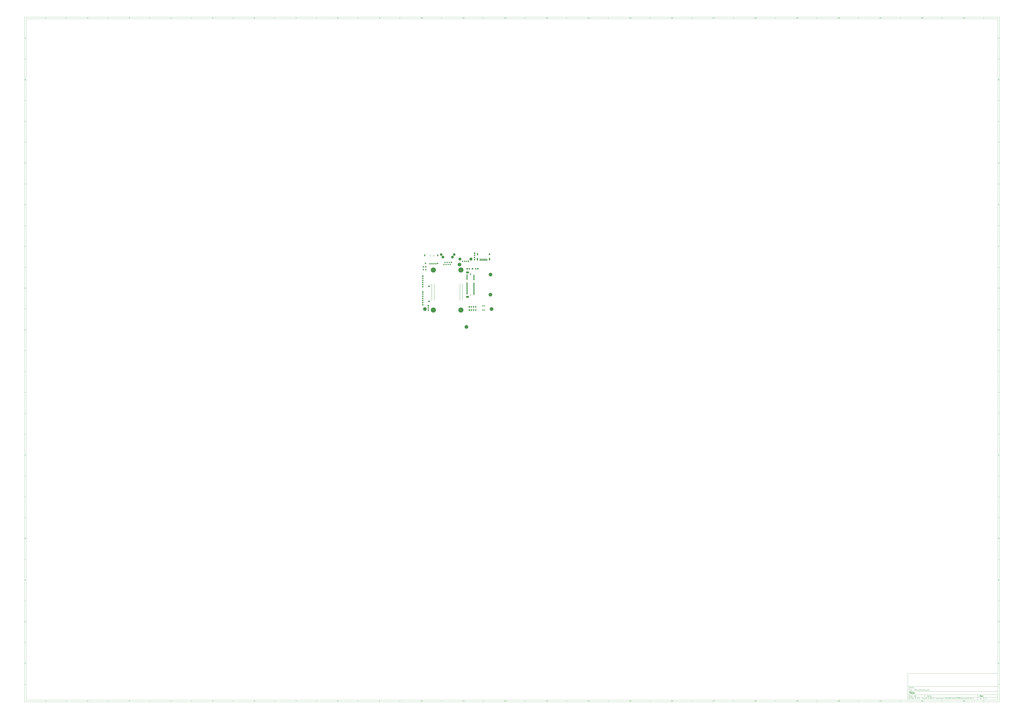
<source format=gbr>
%TF.GenerationSoftware,KiCad,Pcbnew,5.99.0-unknown-912657dd23~106~ubuntu20.04.1*%
%TF.CreationDate,2020-12-28T23:19:28+03:00*%
%TF.ProjectId,CM4_2,434d345f-322e-46b6-9963-61645f706362,rev?*%
%TF.SameCoordinates,PX1ce88340PY15c17540*%
%TF.FileFunction,Soldermask,Top*%
%TF.FilePolarity,Negative*%
%FSLAX46Y46*%
G04 Gerber Fmt 4.6, Leading zero omitted, Abs format (unit mm)*
G04 Created by KiCad (PCBNEW 5.99.0-unknown-912657dd23~106~ubuntu20.04.1) date 2020-12-28 23:19:28*
%MOMM*%
%LPD*%
G01*
G04 APERTURE LIST*
G04 Aperture macros list*
%AMRoundRect*
0 Rectangle with rounded corners*
0 $1 Rounding radius*
0 $2 $3 $4 $5 $6 $7 $8 $9 X,Y pos of 4 corners*
0 Add a 4 corners polygon primitive as box body*
4,1,4,$2,$3,$4,$5,$6,$7,$8,$9,$2,$3,0*
0 Add four circle primitives for the rounded corners*
1,1,$1+$1,$2,$3,0*
1,1,$1+$1,$4,$5,0*
1,1,$1+$1,$6,$7,0*
1,1,$1+$1,$8,$9,0*
0 Add four rect primitives between the rounded corners*
20,1,$1+$1,$2,$3,$4,$5,0*
20,1,$1+$1,$4,$5,$6,$7,0*
20,1,$1+$1,$6,$7,$8,$9,0*
20,1,$1+$1,$8,$9,$2,$3,0*%
G04 Aperture macros list end*
%ADD10C,0.100000*%
%ADD11C,0.150000*%
%ADD12C,0.300000*%
%ADD13C,0.400000*%
%ADD14C,4.400000*%
%ADD15R,1.700000X1.700000*%
%ADD16O,1.700000X1.700000*%
%ADD17RoundRect,0.250000X-0.312500X-0.625000X0.312500X-0.625000X0.312500X0.625000X-0.312500X0.625000X0*%
%ADD18C,1.600000*%
%ADD19C,1.100000*%
%ADD20R,2.000000X0.600000*%
%ADD21R,3.200000X2.300000*%
%ADD22R,1.524000X1.524000*%
%ADD23C,1.524000*%
%ADD24C,3.500000*%
%ADD25R,0.700000X1.600000*%
%ADD26R,1.200000X1.400000*%
%ADD27R,1.600000X1.400000*%
%ADD28R,1.200000X2.200000*%
%ADD29RoundRect,0.250000X0.325000X0.650000X-0.325000X0.650000X-0.325000X-0.650000X0.325000X-0.650000X0*%
%ADD30C,6.100000*%
%ADD31R,0.700000X0.200000*%
%ADD32RoundRect,0.250000X-0.262500X-0.450000X0.262500X-0.450000X0.262500X0.450000X-0.262500X0.450000X0*%
%ADD33R,0.300000X2.600000*%
%ADD34O,1.500000X3.300000*%
%ADD35O,1.500000X2.300000*%
%ADD36C,3.250000*%
%ADD37R,1.500000X1.500000*%
%ADD38C,1.500000*%
%ADD39C,3.000000*%
%ADD40C,1.000000*%
G04 APERTURE END LIST*
D10*
D11*
X583999400Y-431994000D02*
X583999400Y-463994000D01*
X691999400Y-463994000D01*
X691999400Y-431994000D01*
X583999400Y-431994000D01*
D10*
D11*
X-475000000Y355000000D02*
X-475000000Y-465994000D01*
X693999400Y-465994000D01*
X693999400Y355000000D01*
X-475000000Y355000000D01*
D10*
D11*
X-473000000Y353000000D02*
X-473000000Y-463994000D01*
X691999400Y-463994000D01*
X691999400Y353000000D01*
X-473000000Y353000000D01*
D10*
D11*
X-425000000Y353000000D02*
X-425000000Y355000000D01*
D10*
D11*
X-375000000Y353000000D02*
X-375000000Y355000000D01*
D10*
D11*
X-325000000Y353000000D02*
X-325000000Y355000000D01*
D10*
D11*
X-275000000Y353000000D02*
X-275000000Y355000000D01*
D10*
D11*
X-225000000Y353000000D02*
X-225000000Y355000000D01*
D10*
D11*
X-175000000Y353000000D02*
X-175000000Y355000000D01*
D10*
D11*
X-125000000Y353000000D02*
X-125000000Y355000000D01*
D10*
D11*
X-75000000Y353000000D02*
X-75000000Y355000000D01*
D10*
D11*
X-25000000Y353000000D02*
X-25000000Y355000000D01*
D10*
D11*
X25000000Y353000000D02*
X25000000Y355000000D01*
D10*
D11*
X75000000Y353000000D02*
X75000000Y355000000D01*
D10*
D11*
X125000000Y353000000D02*
X125000000Y355000000D01*
D10*
D11*
X175000000Y353000000D02*
X175000000Y355000000D01*
D10*
D11*
X225000000Y353000000D02*
X225000000Y355000000D01*
D10*
D11*
X275000000Y353000000D02*
X275000000Y355000000D01*
D10*
D11*
X325000000Y353000000D02*
X325000000Y355000000D01*
D10*
D11*
X375000000Y353000000D02*
X375000000Y355000000D01*
D10*
D11*
X425000000Y353000000D02*
X425000000Y355000000D01*
D10*
D11*
X475000000Y353000000D02*
X475000000Y355000000D01*
D10*
D11*
X525000000Y353000000D02*
X525000000Y355000000D01*
D10*
D11*
X575000000Y353000000D02*
X575000000Y355000000D01*
D10*
D11*
X625000000Y353000000D02*
X625000000Y355000000D01*
D10*
D11*
X675000000Y353000000D02*
X675000000Y355000000D01*
D10*
D11*
X-448934524Y353411905D02*
X-449677381Y353411905D01*
X-449305953Y353411905D02*
X-449305953Y354711905D01*
X-449429762Y354526191D01*
X-449553572Y354402381D01*
X-449677381Y354340477D01*
D10*
D11*
X-399677381Y354588096D02*
X-399615477Y354650000D01*
X-399491667Y354711905D01*
X-399182143Y354711905D01*
X-399058334Y354650000D01*
X-398996429Y354588096D01*
X-398934524Y354464286D01*
X-398934524Y354340477D01*
X-398996429Y354154762D01*
X-399739286Y353411905D01*
X-398934524Y353411905D01*
D10*
D11*
X-349739286Y354711905D02*
X-348934524Y354711905D01*
X-349367858Y354216667D01*
X-349182143Y354216667D01*
X-349058334Y354154762D01*
X-348996429Y354092858D01*
X-348934524Y353969048D01*
X-348934524Y353659524D01*
X-348996429Y353535715D01*
X-349058334Y353473810D01*
X-349182143Y353411905D01*
X-349553572Y353411905D01*
X-349677381Y353473810D01*
X-349739286Y353535715D01*
D10*
D11*
X-299058334Y354278572D02*
X-299058334Y353411905D01*
X-299367858Y354773810D02*
X-299677381Y353845239D01*
X-298872620Y353845239D01*
D10*
D11*
X-248996429Y354711905D02*
X-249615477Y354711905D01*
X-249677381Y354092858D01*
X-249615477Y354154762D01*
X-249491667Y354216667D01*
X-249182143Y354216667D01*
X-249058334Y354154762D01*
X-248996429Y354092858D01*
X-248934524Y353969048D01*
X-248934524Y353659524D01*
X-248996429Y353535715D01*
X-249058334Y353473810D01*
X-249182143Y353411905D01*
X-249491667Y353411905D01*
X-249615477Y353473810D01*
X-249677381Y353535715D01*
D10*
D11*
X-199058334Y354711905D02*
X-199305953Y354711905D01*
X-199429762Y354650000D01*
X-199491667Y354588096D01*
X-199615477Y354402381D01*
X-199677381Y354154762D01*
X-199677381Y353659524D01*
X-199615477Y353535715D01*
X-199553572Y353473810D01*
X-199429762Y353411905D01*
X-199182143Y353411905D01*
X-199058334Y353473810D01*
X-198996429Y353535715D01*
X-198934524Y353659524D01*
X-198934524Y353969048D01*
X-198996429Y354092858D01*
X-199058334Y354154762D01*
X-199182143Y354216667D01*
X-199429762Y354216667D01*
X-199553572Y354154762D01*
X-199615477Y354092858D01*
X-199677381Y353969048D01*
D10*
D11*
X-149739286Y354711905D02*
X-148872620Y354711905D01*
X-149429762Y353411905D01*
D10*
D11*
X-99429762Y354154762D02*
X-99553572Y354216667D01*
X-99615477Y354278572D01*
X-99677381Y354402381D01*
X-99677381Y354464286D01*
X-99615477Y354588096D01*
X-99553572Y354650000D01*
X-99429762Y354711905D01*
X-99182143Y354711905D01*
X-99058334Y354650000D01*
X-98996429Y354588096D01*
X-98934524Y354464286D01*
X-98934524Y354402381D01*
X-98996429Y354278572D01*
X-99058334Y354216667D01*
X-99182143Y354154762D01*
X-99429762Y354154762D01*
X-99553572Y354092858D01*
X-99615477Y354030953D01*
X-99677381Y353907143D01*
X-99677381Y353659524D01*
X-99615477Y353535715D01*
X-99553572Y353473810D01*
X-99429762Y353411905D01*
X-99182143Y353411905D01*
X-99058334Y353473810D01*
X-98996429Y353535715D01*
X-98934524Y353659524D01*
X-98934524Y353907143D01*
X-98996429Y354030953D01*
X-99058334Y354092858D01*
X-99182143Y354154762D01*
D10*
D11*
X-49553572Y353411905D02*
X-49305953Y353411905D01*
X-49182143Y353473810D01*
X-49120239Y353535715D01*
X-48996429Y353721429D01*
X-48934524Y353969048D01*
X-48934524Y354464286D01*
X-48996429Y354588096D01*
X-49058334Y354650000D01*
X-49182143Y354711905D01*
X-49429762Y354711905D01*
X-49553572Y354650000D01*
X-49615477Y354588096D01*
X-49677381Y354464286D01*
X-49677381Y354154762D01*
X-49615477Y354030953D01*
X-49553572Y353969048D01*
X-49429762Y353907143D01*
X-49182143Y353907143D01*
X-49058334Y353969048D01*
X-48996429Y354030953D01*
X-48934524Y354154762D01*
D10*
D11*
X1065476Y353411905D02*
X322619Y353411905D01*
X694047Y353411905D02*
X694047Y354711905D01*
X570238Y354526191D01*
X446428Y354402381D01*
X322619Y354340477D01*
X1870238Y354711905D02*
X1994047Y354711905D01*
X2117857Y354650000D01*
X2179761Y354588096D01*
X2241666Y354464286D01*
X2303571Y354216667D01*
X2303571Y353907143D01*
X2241666Y353659524D01*
X2179761Y353535715D01*
X2117857Y353473810D01*
X1994047Y353411905D01*
X1870238Y353411905D01*
X1746428Y353473810D01*
X1684523Y353535715D01*
X1622619Y353659524D01*
X1560714Y353907143D01*
X1560714Y354216667D01*
X1622619Y354464286D01*
X1684523Y354588096D01*
X1746428Y354650000D01*
X1870238Y354711905D01*
D10*
D11*
X51065476Y353411905D02*
X50322619Y353411905D01*
X50694047Y353411905D02*
X50694047Y354711905D01*
X50570238Y354526191D01*
X50446428Y354402381D01*
X50322619Y354340477D01*
X52303571Y353411905D02*
X51560714Y353411905D01*
X51932142Y353411905D02*
X51932142Y354711905D01*
X51808333Y354526191D01*
X51684523Y354402381D01*
X51560714Y354340477D01*
D10*
D11*
X101065476Y353411905D02*
X100322619Y353411905D01*
X100694047Y353411905D02*
X100694047Y354711905D01*
X100570238Y354526191D01*
X100446428Y354402381D01*
X100322619Y354340477D01*
X101560714Y354588096D02*
X101622619Y354650000D01*
X101746428Y354711905D01*
X102055952Y354711905D01*
X102179761Y354650000D01*
X102241666Y354588096D01*
X102303571Y354464286D01*
X102303571Y354340477D01*
X102241666Y354154762D01*
X101498809Y353411905D01*
X102303571Y353411905D01*
D10*
D11*
X151065476Y353411905D02*
X150322619Y353411905D01*
X150694047Y353411905D02*
X150694047Y354711905D01*
X150570238Y354526191D01*
X150446428Y354402381D01*
X150322619Y354340477D01*
X151498809Y354711905D02*
X152303571Y354711905D01*
X151870238Y354216667D01*
X152055952Y354216667D01*
X152179761Y354154762D01*
X152241666Y354092858D01*
X152303571Y353969048D01*
X152303571Y353659524D01*
X152241666Y353535715D01*
X152179761Y353473810D01*
X152055952Y353411905D01*
X151684523Y353411905D01*
X151560714Y353473810D01*
X151498809Y353535715D01*
D10*
D11*
X201065476Y353411905D02*
X200322619Y353411905D01*
X200694047Y353411905D02*
X200694047Y354711905D01*
X200570238Y354526191D01*
X200446428Y354402381D01*
X200322619Y354340477D01*
X202179761Y354278572D02*
X202179761Y353411905D01*
X201870238Y354773810D02*
X201560714Y353845239D01*
X202365476Y353845239D01*
D10*
D11*
X251065476Y353411905D02*
X250322619Y353411905D01*
X250694047Y353411905D02*
X250694047Y354711905D01*
X250570238Y354526191D01*
X250446428Y354402381D01*
X250322619Y354340477D01*
X252241666Y354711905D02*
X251622619Y354711905D01*
X251560714Y354092858D01*
X251622619Y354154762D01*
X251746428Y354216667D01*
X252055952Y354216667D01*
X252179761Y354154762D01*
X252241666Y354092858D01*
X252303571Y353969048D01*
X252303571Y353659524D01*
X252241666Y353535715D01*
X252179761Y353473810D01*
X252055952Y353411905D01*
X251746428Y353411905D01*
X251622619Y353473810D01*
X251560714Y353535715D01*
D10*
D11*
X301065476Y353411905D02*
X300322619Y353411905D01*
X300694047Y353411905D02*
X300694047Y354711905D01*
X300570238Y354526191D01*
X300446428Y354402381D01*
X300322619Y354340477D01*
X302179761Y354711905D02*
X301932142Y354711905D01*
X301808333Y354650000D01*
X301746428Y354588096D01*
X301622619Y354402381D01*
X301560714Y354154762D01*
X301560714Y353659524D01*
X301622619Y353535715D01*
X301684523Y353473810D01*
X301808333Y353411905D01*
X302055952Y353411905D01*
X302179761Y353473810D01*
X302241666Y353535715D01*
X302303571Y353659524D01*
X302303571Y353969048D01*
X302241666Y354092858D01*
X302179761Y354154762D01*
X302055952Y354216667D01*
X301808333Y354216667D01*
X301684523Y354154762D01*
X301622619Y354092858D01*
X301560714Y353969048D01*
D10*
D11*
X351065476Y353411905D02*
X350322619Y353411905D01*
X350694047Y353411905D02*
X350694047Y354711905D01*
X350570238Y354526191D01*
X350446428Y354402381D01*
X350322619Y354340477D01*
X351498809Y354711905D02*
X352365476Y354711905D01*
X351808333Y353411905D01*
D10*
D11*
X401065476Y353411905D02*
X400322619Y353411905D01*
X400694047Y353411905D02*
X400694047Y354711905D01*
X400570238Y354526191D01*
X400446428Y354402381D01*
X400322619Y354340477D01*
X401808333Y354154762D02*
X401684523Y354216667D01*
X401622619Y354278572D01*
X401560714Y354402381D01*
X401560714Y354464286D01*
X401622619Y354588096D01*
X401684523Y354650000D01*
X401808333Y354711905D01*
X402055952Y354711905D01*
X402179761Y354650000D01*
X402241666Y354588096D01*
X402303571Y354464286D01*
X402303571Y354402381D01*
X402241666Y354278572D01*
X402179761Y354216667D01*
X402055952Y354154762D01*
X401808333Y354154762D01*
X401684523Y354092858D01*
X401622619Y354030953D01*
X401560714Y353907143D01*
X401560714Y353659524D01*
X401622619Y353535715D01*
X401684523Y353473810D01*
X401808333Y353411905D01*
X402055952Y353411905D01*
X402179761Y353473810D01*
X402241666Y353535715D01*
X402303571Y353659524D01*
X402303571Y353907143D01*
X402241666Y354030953D01*
X402179761Y354092858D01*
X402055952Y354154762D01*
D10*
D11*
X451065476Y353411905D02*
X450322619Y353411905D01*
X450694047Y353411905D02*
X450694047Y354711905D01*
X450570238Y354526191D01*
X450446428Y354402381D01*
X450322619Y354340477D01*
X451684523Y353411905D02*
X451932142Y353411905D01*
X452055952Y353473810D01*
X452117857Y353535715D01*
X452241666Y353721429D01*
X452303571Y353969048D01*
X452303571Y354464286D01*
X452241666Y354588096D01*
X452179761Y354650000D01*
X452055952Y354711905D01*
X451808333Y354711905D01*
X451684523Y354650000D01*
X451622619Y354588096D01*
X451560714Y354464286D01*
X451560714Y354154762D01*
X451622619Y354030953D01*
X451684523Y353969048D01*
X451808333Y353907143D01*
X452055952Y353907143D01*
X452179761Y353969048D01*
X452241666Y354030953D01*
X452303571Y354154762D01*
D10*
D11*
X500322619Y354588096D02*
X500384523Y354650000D01*
X500508333Y354711905D01*
X500817857Y354711905D01*
X500941666Y354650000D01*
X501003571Y354588096D01*
X501065476Y354464286D01*
X501065476Y354340477D01*
X501003571Y354154762D01*
X500260714Y353411905D01*
X501065476Y353411905D01*
X501870238Y354711905D02*
X501994047Y354711905D01*
X502117857Y354650000D01*
X502179761Y354588096D01*
X502241666Y354464286D01*
X502303571Y354216667D01*
X502303571Y353907143D01*
X502241666Y353659524D01*
X502179761Y353535715D01*
X502117857Y353473810D01*
X501994047Y353411905D01*
X501870238Y353411905D01*
X501746428Y353473810D01*
X501684523Y353535715D01*
X501622619Y353659524D01*
X501560714Y353907143D01*
X501560714Y354216667D01*
X501622619Y354464286D01*
X501684523Y354588096D01*
X501746428Y354650000D01*
X501870238Y354711905D01*
D10*
D11*
X550322619Y354588096D02*
X550384523Y354650000D01*
X550508333Y354711905D01*
X550817857Y354711905D01*
X550941666Y354650000D01*
X551003571Y354588096D01*
X551065476Y354464286D01*
X551065476Y354340477D01*
X551003571Y354154762D01*
X550260714Y353411905D01*
X551065476Y353411905D01*
X552303571Y353411905D02*
X551560714Y353411905D01*
X551932142Y353411905D02*
X551932142Y354711905D01*
X551808333Y354526191D01*
X551684523Y354402381D01*
X551560714Y354340477D01*
D10*
D11*
X600322619Y354588096D02*
X600384523Y354650000D01*
X600508333Y354711905D01*
X600817857Y354711905D01*
X600941666Y354650000D01*
X601003571Y354588096D01*
X601065476Y354464286D01*
X601065476Y354340477D01*
X601003571Y354154762D01*
X600260714Y353411905D01*
X601065476Y353411905D01*
X601560714Y354588096D02*
X601622619Y354650000D01*
X601746428Y354711905D01*
X602055952Y354711905D01*
X602179761Y354650000D01*
X602241666Y354588096D01*
X602303571Y354464286D01*
X602303571Y354340477D01*
X602241666Y354154762D01*
X601498809Y353411905D01*
X602303571Y353411905D01*
D10*
D11*
X650322619Y354588096D02*
X650384523Y354650000D01*
X650508333Y354711905D01*
X650817857Y354711905D01*
X650941666Y354650000D01*
X651003571Y354588096D01*
X651065476Y354464286D01*
X651065476Y354340477D01*
X651003571Y354154762D01*
X650260714Y353411905D01*
X651065476Y353411905D01*
X651498809Y354711905D02*
X652303571Y354711905D01*
X651870238Y354216667D01*
X652055952Y354216667D01*
X652179761Y354154762D01*
X652241666Y354092858D01*
X652303571Y353969048D01*
X652303571Y353659524D01*
X652241666Y353535715D01*
X652179761Y353473810D01*
X652055952Y353411905D01*
X651684523Y353411905D01*
X651560714Y353473810D01*
X651498809Y353535715D01*
D10*
D11*
X-425000000Y-463994000D02*
X-425000000Y-465994000D01*
D10*
D11*
X-375000000Y-463994000D02*
X-375000000Y-465994000D01*
D10*
D11*
X-325000000Y-463994000D02*
X-325000000Y-465994000D01*
D10*
D11*
X-275000000Y-463994000D02*
X-275000000Y-465994000D01*
D10*
D11*
X-225000000Y-463994000D02*
X-225000000Y-465994000D01*
D10*
D11*
X-175000000Y-463994000D02*
X-175000000Y-465994000D01*
D10*
D11*
X-125000000Y-463994000D02*
X-125000000Y-465994000D01*
D10*
D11*
X-75000000Y-463994000D02*
X-75000000Y-465994000D01*
D10*
D11*
X-25000000Y-463994000D02*
X-25000000Y-465994000D01*
D10*
D11*
X25000000Y-463994000D02*
X25000000Y-465994000D01*
D10*
D11*
X75000000Y-463994000D02*
X75000000Y-465994000D01*
D10*
D11*
X125000000Y-463994000D02*
X125000000Y-465994000D01*
D10*
D11*
X175000000Y-463994000D02*
X175000000Y-465994000D01*
D10*
D11*
X225000000Y-463994000D02*
X225000000Y-465994000D01*
D10*
D11*
X275000000Y-463994000D02*
X275000000Y-465994000D01*
D10*
D11*
X325000000Y-463994000D02*
X325000000Y-465994000D01*
D10*
D11*
X375000000Y-463994000D02*
X375000000Y-465994000D01*
D10*
D11*
X425000000Y-463994000D02*
X425000000Y-465994000D01*
D10*
D11*
X475000000Y-463994000D02*
X475000000Y-465994000D01*
D10*
D11*
X525000000Y-463994000D02*
X525000000Y-465994000D01*
D10*
D11*
X575000000Y-463994000D02*
X575000000Y-465994000D01*
D10*
D11*
X625000000Y-463994000D02*
X625000000Y-465994000D01*
D10*
D11*
X675000000Y-463994000D02*
X675000000Y-465994000D01*
D10*
D11*
X-448934524Y-465582095D02*
X-449677381Y-465582095D01*
X-449305953Y-465582095D02*
X-449305953Y-464282095D01*
X-449429762Y-464467809D01*
X-449553572Y-464591619D01*
X-449677381Y-464653523D01*
D10*
D11*
X-399677381Y-464405904D02*
X-399615477Y-464344000D01*
X-399491667Y-464282095D01*
X-399182143Y-464282095D01*
X-399058334Y-464344000D01*
X-398996429Y-464405904D01*
X-398934524Y-464529714D01*
X-398934524Y-464653523D01*
X-398996429Y-464839238D01*
X-399739286Y-465582095D01*
X-398934524Y-465582095D01*
D10*
D11*
X-349739286Y-464282095D02*
X-348934524Y-464282095D01*
X-349367858Y-464777333D01*
X-349182143Y-464777333D01*
X-349058334Y-464839238D01*
X-348996429Y-464901142D01*
X-348934524Y-465024952D01*
X-348934524Y-465334476D01*
X-348996429Y-465458285D01*
X-349058334Y-465520190D01*
X-349182143Y-465582095D01*
X-349553572Y-465582095D01*
X-349677381Y-465520190D01*
X-349739286Y-465458285D01*
D10*
D11*
X-299058334Y-464715428D02*
X-299058334Y-465582095D01*
X-299367858Y-464220190D02*
X-299677381Y-465148761D01*
X-298872620Y-465148761D01*
D10*
D11*
X-248996429Y-464282095D02*
X-249615477Y-464282095D01*
X-249677381Y-464901142D01*
X-249615477Y-464839238D01*
X-249491667Y-464777333D01*
X-249182143Y-464777333D01*
X-249058334Y-464839238D01*
X-248996429Y-464901142D01*
X-248934524Y-465024952D01*
X-248934524Y-465334476D01*
X-248996429Y-465458285D01*
X-249058334Y-465520190D01*
X-249182143Y-465582095D01*
X-249491667Y-465582095D01*
X-249615477Y-465520190D01*
X-249677381Y-465458285D01*
D10*
D11*
X-199058334Y-464282095D02*
X-199305953Y-464282095D01*
X-199429762Y-464344000D01*
X-199491667Y-464405904D01*
X-199615477Y-464591619D01*
X-199677381Y-464839238D01*
X-199677381Y-465334476D01*
X-199615477Y-465458285D01*
X-199553572Y-465520190D01*
X-199429762Y-465582095D01*
X-199182143Y-465582095D01*
X-199058334Y-465520190D01*
X-198996429Y-465458285D01*
X-198934524Y-465334476D01*
X-198934524Y-465024952D01*
X-198996429Y-464901142D01*
X-199058334Y-464839238D01*
X-199182143Y-464777333D01*
X-199429762Y-464777333D01*
X-199553572Y-464839238D01*
X-199615477Y-464901142D01*
X-199677381Y-465024952D01*
D10*
D11*
X-149739286Y-464282095D02*
X-148872620Y-464282095D01*
X-149429762Y-465582095D01*
D10*
D11*
X-99429762Y-464839238D02*
X-99553572Y-464777333D01*
X-99615477Y-464715428D01*
X-99677381Y-464591619D01*
X-99677381Y-464529714D01*
X-99615477Y-464405904D01*
X-99553572Y-464344000D01*
X-99429762Y-464282095D01*
X-99182143Y-464282095D01*
X-99058334Y-464344000D01*
X-98996429Y-464405904D01*
X-98934524Y-464529714D01*
X-98934524Y-464591619D01*
X-98996429Y-464715428D01*
X-99058334Y-464777333D01*
X-99182143Y-464839238D01*
X-99429762Y-464839238D01*
X-99553572Y-464901142D01*
X-99615477Y-464963047D01*
X-99677381Y-465086857D01*
X-99677381Y-465334476D01*
X-99615477Y-465458285D01*
X-99553572Y-465520190D01*
X-99429762Y-465582095D01*
X-99182143Y-465582095D01*
X-99058334Y-465520190D01*
X-98996429Y-465458285D01*
X-98934524Y-465334476D01*
X-98934524Y-465086857D01*
X-98996429Y-464963047D01*
X-99058334Y-464901142D01*
X-99182143Y-464839238D01*
D10*
D11*
X-49553572Y-465582095D02*
X-49305953Y-465582095D01*
X-49182143Y-465520190D01*
X-49120239Y-465458285D01*
X-48996429Y-465272571D01*
X-48934524Y-465024952D01*
X-48934524Y-464529714D01*
X-48996429Y-464405904D01*
X-49058334Y-464344000D01*
X-49182143Y-464282095D01*
X-49429762Y-464282095D01*
X-49553572Y-464344000D01*
X-49615477Y-464405904D01*
X-49677381Y-464529714D01*
X-49677381Y-464839238D01*
X-49615477Y-464963047D01*
X-49553572Y-465024952D01*
X-49429762Y-465086857D01*
X-49182143Y-465086857D01*
X-49058334Y-465024952D01*
X-48996429Y-464963047D01*
X-48934524Y-464839238D01*
D10*
D11*
X1065476Y-465582095D02*
X322619Y-465582095D01*
X694047Y-465582095D02*
X694047Y-464282095D01*
X570238Y-464467809D01*
X446428Y-464591619D01*
X322619Y-464653523D01*
X1870238Y-464282095D02*
X1994047Y-464282095D01*
X2117857Y-464344000D01*
X2179761Y-464405904D01*
X2241666Y-464529714D01*
X2303571Y-464777333D01*
X2303571Y-465086857D01*
X2241666Y-465334476D01*
X2179761Y-465458285D01*
X2117857Y-465520190D01*
X1994047Y-465582095D01*
X1870238Y-465582095D01*
X1746428Y-465520190D01*
X1684523Y-465458285D01*
X1622619Y-465334476D01*
X1560714Y-465086857D01*
X1560714Y-464777333D01*
X1622619Y-464529714D01*
X1684523Y-464405904D01*
X1746428Y-464344000D01*
X1870238Y-464282095D01*
D10*
D11*
X51065476Y-465582095D02*
X50322619Y-465582095D01*
X50694047Y-465582095D02*
X50694047Y-464282095D01*
X50570238Y-464467809D01*
X50446428Y-464591619D01*
X50322619Y-464653523D01*
X52303571Y-465582095D02*
X51560714Y-465582095D01*
X51932142Y-465582095D02*
X51932142Y-464282095D01*
X51808333Y-464467809D01*
X51684523Y-464591619D01*
X51560714Y-464653523D01*
D10*
D11*
X101065476Y-465582095D02*
X100322619Y-465582095D01*
X100694047Y-465582095D02*
X100694047Y-464282095D01*
X100570238Y-464467809D01*
X100446428Y-464591619D01*
X100322619Y-464653523D01*
X101560714Y-464405904D02*
X101622619Y-464344000D01*
X101746428Y-464282095D01*
X102055952Y-464282095D01*
X102179761Y-464344000D01*
X102241666Y-464405904D01*
X102303571Y-464529714D01*
X102303571Y-464653523D01*
X102241666Y-464839238D01*
X101498809Y-465582095D01*
X102303571Y-465582095D01*
D10*
D11*
X151065476Y-465582095D02*
X150322619Y-465582095D01*
X150694047Y-465582095D02*
X150694047Y-464282095D01*
X150570238Y-464467809D01*
X150446428Y-464591619D01*
X150322619Y-464653523D01*
X151498809Y-464282095D02*
X152303571Y-464282095D01*
X151870238Y-464777333D01*
X152055952Y-464777333D01*
X152179761Y-464839238D01*
X152241666Y-464901142D01*
X152303571Y-465024952D01*
X152303571Y-465334476D01*
X152241666Y-465458285D01*
X152179761Y-465520190D01*
X152055952Y-465582095D01*
X151684523Y-465582095D01*
X151560714Y-465520190D01*
X151498809Y-465458285D01*
D10*
D11*
X201065476Y-465582095D02*
X200322619Y-465582095D01*
X200694047Y-465582095D02*
X200694047Y-464282095D01*
X200570238Y-464467809D01*
X200446428Y-464591619D01*
X200322619Y-464653523D01*
X202179761Y-464715428D02*
X202179761Y-465582095D01*
X201870238Y-464220190D02*
X201560714Y-465148761D01*
X202365476Y-465148761D01*
D10*
D11*
X251065476Y-465582095D02*
X250322619Y-465582095D01*
X250694047Y-465582095D02*
X250694047Y-464282095D01*
X250570238Y-464467809D01*
X250446428Y-464591619D01*
X250322619Y-464653523D01*
X252241666Y-464282095D02*
X251622619Y-464282095D01*
X251560714Y-464901142D01*
X251622619Y-464839238D01*
X251746428Y-464777333D01*
X252055952Y-464777333D01*
X252179761Y-464839238D01*
X252241666Y-464901142D01*
X252303571Y-465024952D01*
X252303571Y-465334476D01*
X252241666Y-465458285D01*
X252179761Y-465520190D01*
X252055952Y-465582095D01*
X251746428Y-465582095D01*
X251622619Y-465520190D01*
X251560714Y-465458285D01*
D10*
D11*
X301065476Y-465582095D02*
X300322619Y-465582095D01*
X300694047Y-465582095D02*
X300694047Y-464282095D01*
X300570238Y-464467809D01*
X300446428Y-464591619D01*
X300322619Y-464653523D01*
X302179761Y-464282095D02*
X301932142Y-464282095D01*
X301808333Y-464344000D01*
X301746428Y-464405904D01*
X301622619Y-464591619D01*
X301560714Y-464839238D01*
X301560714Y-465334476D01*
X301622619Y-465458285D01*
X301684523Y-465520190D01*
X301808333Y-465582095D01*
X302055952Y-465582095D01*
X302179761Y-465520190D01*
X302241666Y-465458285D01*
X302303571Y-465334476D01*
X302303571Y-465024952D01*
X302241666Y-464901142D01*
X302179761Y-464839238D01*
X302055952Y-464777333D01*
X301808333Y-464777333D01*
X301684523Y-464839238D01*
X301622619Y-464901142D01*
X301560714Y-465024952D01*
D10*
D11*
X351065476Y-465582095D02*
X350322619Y-465582095D01*
X350694047Y-465582095D02*
X350694047Y-464282095D01*
X350570238Y-464467809D01*
X350446428Y-464591619D01*
X350322619Y-464653523D01*
X351498809Y-464282095D02*
X352365476Y-464282095D01*
X351808333Y-465582095D01*
D10*
D11*
X401065476Y-465582095D02*
X400322619Y-465582095D01*
X400694047Y-465582095D02*
X400694047Y-464282095D01*
X400570238Y-464467809D01*
X400446428Y-464591619D01*
X400322619Y-464653523D01*
X401808333Y-464839238D02*
X401684523Y-464777333D01*
X401622619Y-464715428D01*
X401560714Y-464591619D01*
X401560714Y-464529714D01*
X401622619Y-464405904D01*
X401684523Y-464344000D01*
X401808333Y-464282095D01*
X402055952Y-464282095D01*
X402179761Y-464344000D01*
X402241666Y-464405904D01*
X402303571Y-464529714D01*
X402303571Y-464591619D01*
X402241666Y-464715428D01*
X402179761Y-464777333D01*
X402055952Y-464839238D01*
X401808333Y-464839238D01*
X401684523Y-464901142D01*
X401622619Y-464963047D01*
X401560714Y-465086857D01*
X401560714Y-465334476D01*
X401622619Y-465458285D01*
X401684523Y-465520190D01*
X401808333Y-465582095D01*
X402055952Y-465582095D01*
X402179761Y-465520190D01*
X402241666Y-465458285D01*
X402303571Y-465334476D01*
X402303571Y-465086857D01*
X402241666Y-464963047D01*
X402179761Y-464901142D01*
X402055952Y-464839238D01*
D10*
D11*
X451065476Y-465582095D02*
X450322619Y-465582095D01*
X450694047Y-465582095D02*
X450694047Y-464282095D01*
X450570238Y-464467809D01*
X450446428Y-464591619D01*
X450322619Y-464653523D01*
X451684523Y-465582095D02*
X451932142Y-465582095D01*
X452055952Y-465520190D01*
X452117857Y-465458285D01*
X452241666Y-465272571D01*
X452303571Y-465024952D01*
X452303571Y-464529714D01*
X452241666Y-464405904D01*
X452179761Y-464344000D01*
X452055952Y-464282095D01*
X451808333Y-464282095D01*
X451684523Y-464344000D01*
X451622619Y-464405904D01*
X451560714Y-464529714D01*
X451560714Y-464839238D01*
X451622619Y-464963047D01*
X451684523Y-465024952D01*
X451808333Y-465086857D01*
X452055952Y-465086857D01*
X452179761Y-465024952D01*
X452241666Y-464963047D01*
X452303571Y-464839238D01*
D10*
D11*
X500322619Y-464405904D02*
X500384523Y-464344000D01*
X500508333Y-464282095D01*
X500817857Y-464282095D01*
X500941666Y-464344000D01*
X501003571Y-464405904D01*
X501065476Y-464529714D01*
X501065476Y-464653523D01*
X501003571Y-464839238D01*
X500260714Y-465582095D01*
X501065476Y-465582095D01*
X501870238Y-464282095D02*
X501994047Y-464282095D01*
X502117857Y-464344000D01*
X502179761Y-464405904D01*
X502241666Y-464529714D01*
X502303571Y-464777333D01*
X502303571Y-465086857D01*
X502241666Y-465334476D01*
X502179761Y-465458285D01*
X502117857Y-465520190D01*
X501994047Y-465582095D01*
X501870238Y-465582095D01*
X501746428Y-465520190D01*
X501684523Y-465458285D01*
X501622619Y-465334476D01*
X501560714Y-465086857D01*
X501560714Y-464777333D01*
X501622619Y-464529714D01*
X501684523Y-464405904D01*
X501746428Y-464344000D01*
X501870238Y-464282095D01*
D10*
D11*
X550322619Y-464405904D02*
X550384523Y-464344000D01*
X550508333Y-464282095D01*
X550817857Y-464282095D01*
X550941666Y-464344000D01*
X551003571Y-464405904D01*
X551065476Y-464529714D01*
X551065476Y-464653523D01*
X551003571Y-464839238D01*
X550260714Y-465582095D01*
X551065476Y-465582095D01*
X552303571Y-465582095D02*
X551560714Y-465582095D01*
X551932142Y-465582095D02*
X551932142Y-464282095D01*
X551808333Y-464467809D01*
X551684523Y-464591619D01*
X551560714Y-464653523D01*
D10*
D11*
X600322619Y-464405904D02*
X600384523Y-464344000D01*
X600508333Y-464282095D01*
X600817857Y-464282095D01*
X600941666Y-464344000D01*
X601003571Y-464405904D01*
X601065476Y-464529714D01*
X601065476Y-464653523D01*
X601003571Y-464839238D01*
X600260714Y-465582095D01*
X601065476Y-465582095D01*
X601560714Y-464405904D02*
X601622619Y-464344000D01*
X601746428Y-464282095D01*
X602055952Y-464282095D01*
X602179761Y-464344000D01*
X602241666Y-464405904D01*
X602303571Y-464529714D01*
X602303571Y-464653523D01*
X602241666Y-464839238D01*
X601498809Y-465582095D01*
X602303571Y-465582095D01*
D10*
D11*
X650322619Y-464405904D02*
X650384523Y-464344000D01*
X650508333Y-464282095D01*
X650817857Y-464282095D01*
X650941666Y-464344000D01*
X651003571Y-464405904D01*
X651065476Y-464529714D01*
X651065476Y-464653523D01*
X651003571Y-464839238D01*
X650260714Y-465582095D01*
X651065476Y-465582095D01*
X651498809Y-464282095D02*
X652303571Y-464282095D01*
X651870238Y-464777333D01*
X652055952Y-464777333D01*
X652179761Y-464839238D01*
X652241666Y-464901142D01*
X652303571Y-465024952D01*
X652303571Y-465334476D01*
X652241666Y-465458285D01*
X652179761Y-465520190D01*
X652055952Y-465582095D01*
X651684523Y-465582095D01*
X651560714Y-465520190D01*
X651498809Y-465458285D01*
D10*
D11*
X-475000000Y305000000D02*
X-473000000Y305000000D01*
D10*
D11*
X-475000000Y255000000D02*
X-473000000Y255000000D01*
D10*
D11*
X-475000000Y205000000D02*
X-473000000Y205000000D01*
D10*
D11*
X-475000000Y155000000D02*
X-473000000Y155000000D01*
D10*
D11*
X-475000000Y105000000D02*
X-473000000Y105000000D01*
D10*
D11*
X-475000000Y55000000D02*
X-473000000Y55000000D01*
D10*
D11*
X-475000000Y5000000D02*
X-473000000Y5000000D01*
D10*
D11*
X-475000000Y-45000000D02*
X-473000000Y-45000000D01*
D10*
D11*
X-475000000Y-95000000D02*
X-473000000Y-95000000D01*
D10*
D11*
X-475000000Y-145000000D02*
X-473000000Y-145000000D01*
D10*
D11*
X-475000000Y-195000000D02*
X-473000000Y-195000000D01*
D10*
D11*
X-475000000Y-245000000D02*
X-473000000Y-245000000D01*
D10*
D11*
X-475000000Y-295000000D02*
X-473000000Y-295000000D01*
D10*
D11*
X-475000000Y-345000000D02*
X-473000000Y-345000000D01*
D10*
D11*
X-475000000Y-395000000D02*
X-473000000Y-395000000D01*
D10*
D11*
X-475000000Y-445000000D02*
X-473000000Y-445000000D01*
D10*
D11*
X-474309524Y329783334D02*
X-473690477Y329783334D01*
X-474433334Y329411905D02*
X-474000000Y330711905D01*
X-473566667Y329411905D01*
D10*
D11*
X-473907143Y280092858D02*
X-473721429Y280030953D01*
X-473659524Y279969048D01*
X-473597620Y279845239D01*
X-473597620Y279659524D01*
X-473659524Y279535715D01*
X-473721429Y279473810D01*
X-473845239Y279411905D01*
X-474340477Y279411905D01*
X-474340477Y280711905D01*
X-473907143Y280711905D01*
X-473783334Y280650000D01*
X-473721429Y280588096D01*
X-473659524Y280464286D01*
X-473659524Y280340477D01*
X-473721429Y280216667D01*
X-473783334Y280154762D01*
X-473907143Y280092858D01*
X-474340477Y280092858D01*
D10*
D11*
X-473597620Y229535715D02*
X-473659524Y229473810D01*
X-473845239Y229411905D01*
X-473969048Y229411905D01*
X-474154762Y229473810D01*
X-474278572Y229597620D01*
X-474340477Y229721429D01*
X-474402381Y229969048D01*
X-474402381Y230154762D01*
X-474340477Y230402381D01*
X-474278572Y230526191D01*
X-474154762Y230650000D01*
X-473969048Y230711905D01*
X-473845239Y230711905D01*
X-473659524Y230650000D01*
X-473597620Y230588096D01*
D10*
D11*
X-474340477Y179411905D02*
X-474340477Y180711905D01*
X-474030953Y180711905D01*
X-473845239Y180650000D01*
X-473721429Y180526191D01*
X-473659524Y180402381D01*
X-473597620Y180154762D01*
X-473597620Y179969048D01*
X-473659524Y179721429D01*
X-473721429Y179597620D01*
X-473845239Y179473810D01*
X-474030953Y179411905D01*
X-474340477Y179411905D01*
D10*
D11*
X-474278572Y130092858D02*
X-473845239Y130092858D01*
X-473659524Y129411905D02*
X-474278572Y129411905D01*
X-474278572Y130711905D01*
X-473659524Y130711905D01*
D10*
D11*
X-473814286Y80092858D02*
X-474247620Y80092858D01*
X-474247620Y79411905D02*
X-474247620Y80711905D01*
X-473628572Y80711905D01*
D10*
D11*
X-473659524Y30650000D02*
X-473783334Y30711905D01*
X-473969048Y30711905D01*
X-474154762Y30650000D01*
X-474278572Y30526191D01*
X-474340477Y30402381D01*
X-474402381Y30154762D01*
X-474402381Y29969048D01*
X-474340477Y29721429D01*
X-474278572Y29597620D01*
X-474154762Y29473810D01*
X-473969048Y29411905D01*
X-473845239Y29411905D01*
X-473659524Y29473810D01*
X-473597620Y29535715D01*
X-473597620Y29969048D01*
X-473845239Y29969048D01*
D10*
D11*
X-474371429Y-20588095D02*
X-474371429Y-19288095D01*
X-474371429Y-19907142D02*
X-473628572Y-19907142D01*
X-473628572Y-20588095D02*
X-473628572Y-19288095D01*
D10*
D11*
X-474000000Y-70588095D02*
X-474000000Y-69288095D01*
D10*
D11*
X-473814286Y-119288095D02*
X-473814286Y-120216666D01*
X-473876191Y-120402380D01*
X-474000000Y-120526190D01*
X-474185715Y-120588095D01*
X-474309524Y-120588095D01*
D10*
D11*
X-474340477Y-170588095D02*
X-474340477Y-169288095D01*
X-473597620Y-170588095D02*
X-474154762Y-169845238D01*
X-473597620Y-169288095D02*
X-474340477Y-170030952D01*
D10*
D11*
X-473597620Y-220588095D02*
X-474216667Y-220588095D01*
X-474216667Y-219288095D01*
D10*
D11*
X-474433334Y-270588095D02*
X-474433334Y-269288095D01*
X-474000000Y-270216666D01*
X-473566667Y-269288095D01*
X-473566667Y-270588095D01*
D10*
D11*
X-474371429Y-320588095D02*
X-474371429Y-319288095D01*
X-473628572Y-320588095D01*
X-473628572Y-319288095D01*
D10*
D11*
X-474123810Y-369288095D02*
X-473876191Y-369288095D01*
X-473752381Y-369350000D01*
X-473628572Y-369473809D01*
X-473566667Y-369721428D01*
X-473566667Y-370154761D01*
X-473628572Y-370402380D01*
X-473752381Y-370526190D01*
X-473876191Y-370588095D01*
X-474123810Y-370588095D01*
X-474247620Y-370526190D01*
X-474371429Y-370402380D01*
X-474433334Y-370154761D01*
X-474433334Y-369721428D01*
X-474371429Y-369473809D01*
X-474247620Y-369350000D01*
X-474123810Y-369288095D01*
D10*
D11*
X-474340477Y-420588095D02*
X-474340477Y-419288095D01*
X-473845239Y-419288095D01*
X-473721429Y-419350000D01*
X-473659524Y-419411904D01*
X-473597620Y-419535714D01*
X-473597620Y-419721428D01*
X-473659524Y-419845238D01*
X-473721429Y-419907142D01*
X-473845239Y-419969047D01*
X-474340477Y-419969047D01*
D10*
D11*
X693999400Y305000000D02*
X691999400Y305000000D01*
D10*
D11*
X693999400Y255000000D02*
X691999400Y255000000D01*
D10*
D11*
X693999400Y205000000D02*
X691999400Y205000000D01*
D10*
D11*
X693999400Y155000000D02*
X691999400Y155000000D01*
D10*
D11*
X693999400Y105000000D02*
X691999400Y105000000D01*
D10*
D11*
X693999400Y55000000D02*
X691999400Y55000000D01*
D10*
D11*
X693999400Y5000000D02*
X691999400Y5000000D01*
D10*
D11*
X693999400Y-45000000D02*
X691999400Y-45000000D01*
D10*
D11*
X693999400Y-95000000D02*
X691999400Y-95000000D01*
D10*
D11*
X693999400Y-145000000D02*
X691999400Y-145000000D01*
D10*
D11*
X693999400Y-195000000D02*
X691999400Y-195000000D01*
D10*
D11*
X693999400Y-245000000D02*
X691999400Y-245000000D01*
D10*
D11*
X693999400Y-295000000D02*
X691999400Y-295000000D01*
D10*
D11*
X693999400Y-345000000D02*
X691999400Y-345000000D01*
D10*
D11*
X693999400Y-395000000D02*
X691999400Y-395000000D01*
D10*
D11*
X693999400Y-445000000D02*
X691999400Y-445000000D01*
D10*
D11*
X692689876Y329783334D02*
X693308923Y329783334D01*
X692566066Y329411905D02*
X692999400Y330711905D01*
X693432733Y329411905D01*
D10*
D11*
X693092257Y280092858D02*
X693277971Y280030953D01*
X693339876Y279969048D01*
X693401780Y279845239D01*
X693401780Y279659524D01*
X693339876Y279535715D01*
X693277971Y279473810D01*
X693154161Y279411905D01*
X692658923Y279411905D01*
X692658923Y280711905D01*
X693092257Y280711905D01*
X693216066Y280650000D01*
X693277971Y280588096D01*
X693339876Y280464286D01*
X693339876Y280340477D01*
X693277971Y280216667D01*
X693216066Y280154762D01*
X693092257Y280092858D01*
X692658923Y280092858D01*
D10*
D11*
X693401780Y229535715D02*
X693339876Y229473810D01*
X693154161Y229411905D01*
X693030352Y229411905D01*
X692844638Y229473810D01*
X692720828Y229597620D01*
X692658923Y229721429D01*
X692597019Y229969048D01*
X692597019Y230154762D01*
X692658923Y230402381D01*
X692720828Y230526191D01*
X692844638Y230650000D01*
X693030352Y230711905D01*
X693154161Y230711905D01*
X693339876Y230650000D01*
X693401780Y230588096D01*
D10*
D11*
X692658923Y179411905D02*
X692658923Y180711905D01*
X692968447Y180711905D01*
X693154161Y180650000D01*
X693277971Y180526191D01*
X693339876Y180402381D01*
X693401780Y180154762D01*
X693401780Y179969048D01*
X693339876Y179721429D01*
X693277971Y179597620D01*
X693154161Y179473810D01*
X692968447Y179411905D01*
X692658923Y179411905D01*
D10*
D11*
X692720828Y130092858D02*
X693154161Y130092858D01*
X693339876Y129411905D02*
X692720828Y129411905D01*
X692720828Y130711905D01*
X693339876Y130711905D01*
D10*
D11*
X693185114Y80092858D02*
X692751780Y80092858D01*
X692751780Y79411905D02*
X692751780Y80711905D01*
X693370828Y80711905D01*
D10*
D11*
X693339876Y30650000D02*
X693216066Y30711905D01*
X693030352Y30711905D01*
X692844638Y30650000D01*
X692720828Y30526191D01*
X692658923Y30402381D01*
X692597019Y30154762D01*
X692597019Y29969048D01*
X692658923Y29721429D01*
X692720828Y29597620D01*
X692844638Y29473810D01*
X693030352Y29411905D01*
X693154161Y29411905D01*
X693339876Y29473810D01*
X693401780Y29535715D01*
X693401780Y29969048D01*
X693154161Y29969048D01*
D10*
D11*
X692627971Y-20588095D02*
X692627971Y-19288095D01*
X692627971Y-19907142D02*
X693370828Y-19907142D01*
X693370828Y-20588095D02*
X693370828Y-19288095D01*
D10*
D11*
X692999400Y-70588095D02*
X692999400Y-69288095D01*
D10*
D11*
X693185114Y-119288095D02*
X693185114Y-120216666D01*
X693123209Y-120402380D01*
X692999400Y-120526190D01*
X692813685Y-120588095D01*
X692689876Y-120588095D01*
D10*
D11*
X692658923Y-170588095D02*
X692658923Y-169288095D01*
X693401780Y-170588095D02*
X692844638Y-169845238D01*
X693401780Y-169288095D02*
X692658923Y-170030952D01*
D10*
D11*
X693401780Y-220588095D02*
X692782733Y-220588095D01*
X692782733Y-219288095D01*
D10*
D11*
X692566066Y-270588095D02*
X692566066Y-269288095D01*
X692999400Y-270216666D01*
X693432733Y-269288095D01*
X693432733Y-270588095D01*
D10*
D11*
X692627971Y-320588095D02*
X692627971Y-319288095D01*
X693370828Y-320588095D01*
X693370828Y-319288095D01*
D10*
D11*
X692875590Y-369288095D02*
X693123209Y-369288095D01*
X693247019Y-369350000D01*
X693370828Y-369473809D01*
X693432733Y-369721428D01*
X693432733Y-370154761D01*
X693370828Y-370402380D01*
X693247019Y-370526190D01*
X693123209Y-370588095D01*
X692875590Y-370588095D01*
X692751780Y-370526190D01*
X692627971Y-370402380D01*
X692566066Y-370154761D01*
X692566066Y-369721428D01*
X692627971Y-369473809D01*
X692751780Y-369350000D01*
X692875590Y-369288095D01*
D10*
D11*
X692658923Y-420588095D02*
X692658923Y-419288095D01*
X693154161Y-419288095D01*
X693277971Y-419350000D01*
X693339876Y-419411904D01*
X693401780Y-419535714D01*
X693401780Y-419721428D01*
X693339876Y-419845238D01*
X693277971Y-419907142D01*
X693154161Y-419969047D01*
X692658923Y-419969047D01*
D10*
D11*
X607431542Y-459772571D02*
X607431542Y-458272571D01*
X607788685Y-458272571D01*
X608002971Y-458344000D01*
X608145828Y-458486857D01*
X608217257Y-458629714D01*
X608288685Y-458915428D01*
X608288685Y-459129714D01*
X608217257Y-459415428D01*
X608145828Y-459558285D01*
X608002971Y-459701142D01*
X607788685Y-459772571D01*
X607431542Y-459772571D01*
X609574400Y-459772571D02*
X609574400Y-458986857D01*
X609502971Y-458844000D01*
X609360114Y-458772571D01*
X609074400Y-458772571D01*
X608931542Y-458844000D01*
X609574400Y-459701142D02*
X609431542Y-459772571D01*
X609074400Y-459772571D01*
X608931542Y-459701142D01*
X608860114Y-459558285D01*
X608860114Y-459415428D01*
X608931542Y-459272571D01*
X609074400Y-459201142D01*
X609431542Y-459201142D01*
X609574400Y-459129714D01*
X610074400Y-458772571D02*
X610645828Y-458772571D01*
X610288685Y-458272571D02*
X610288685Y-459558285D01*
X610360114Y-459701142D01*
X610502971Y-459772571D01*
X610645828Y-459772571D01*
X611717257Y-459701142D02*
X611574400Y-459772571D01*
X611288685Y-459772571D01*
X611145828Y-459701142D01*
X611074400Y-459558285D01*
X611074400Y-458986857D01*
X611145828Y-458844000D01*
X611288685Y-458772571D01*
X611574400Y-458772571D01*
X611717257Y-458844000D01*
X611788685Y-458986857D01*
X611788685Y-459129714D01*
X611074400Y-459272571D01*
X612431542Y-459629714D02*
X612502971Y-459701142D01*
X612431542Y-459772571D01*
X612360114Y-459701142D01*
X612431542Y-459629714D01*
X612431542Y-459772571D01*
X612431542Y-458844000D02*
X612502971Y-458915428D01*
X612431542Y-458986857D01*
X612360114Y-458915428D01*
X612431542Y-458844000D01*
X612431542Y-458986857D01*
D10*
D11*
X583999400Y-460494000D02*
X691999400Y-460494000D01*
D10*
D11*
X585431542Y-462572571D02*
X585431542Y-461072571D01*
X586288685Y-462572571D02*
X585645828Y-461715428D01*
X586288685Y-461072571D02*
X585431542Y-461929714D01*
X586931542Y-462572571D02*
X586931542Y-461572571D01*
X586931542Y-461072571D02*
X586860114Y-461144000D01*
X586931542Y-461215428D01*
X587002971Y-461144000D01*
X586931542Y-461072571D01*
X586931542Y-461215428D01*
X588502971Y-462429714D02*
X588431542Y-462501142D01*
X588217257Y-462572571D01*
X588074400Y-462572571D01*
X587860114Y-462501142D01*
X587717257Y-462358285D01*
X587645828Y-462215428D01*
X587574400Y-461929714D01*
X587574400Y-461715428D01*
X587645828Y-461429714D01*
X587717257Y-461286857D01*
X587860114Y-461144000D01*
X588074400Y-461072571D01*
X588217257Y-461072571D01*
X588431542Y-461144000D01*
X588502971Y-461215428D01*
X589788685Y-462572571D02*
X589788685Y-461786857D01*
X589717257Y-461644000D01*
X589574400Y-461572571D01*
X589288685Y-461572571D01*
X589145828Y-461644000D01*
X589788685Y-462501142D02*
X589645828Y-462572571D01*
X589288685Y-462572571D01*
X589145828Y-462501142D01*
X589074400Y-462358285D01*
X589074400Y-462215428D01*
X589145828Y-462072571D01*
X589288685Y-462001142D01*
X589645828Y-462001142D01*
X589788685Y-461929714D01*
X591145828Y-462572571D02*
X591145828Y-461072571D01*
X591145828Y-462501142D02*
X591002971Y-462572571D01*
X590717257Y-462572571D01*
X590574400Y-462501142D01*
X590502971Y-462429714D01*
X590431542Y-462286857D01*
X590431542Y-461858285D01*
X590502971Y-461715428D01*
X590574400Y-461644000D01*
X590717257Y-461572571D01*
X591002971Y-461572571D01*
X591145828Y-461644000D01*
X593002971Y-461786857D02*
X593502971Y-461786857D01*
X593717257Y-462572571D02*
X593002971Y-462572571D01*
X593002971Y-461072571D01*
X593717257Y-461072571D01*
X594360114Y-462429714D02*
X594431542Y-462501142D01*
X594360114Y-462572571D01*
X594288685Y-462501142D01*
X594360114Y-462429714D01*
X594360114Y-462572571D01*
X595074400Y-462572571D02*
X595074400Y-461072571D01*
X595431542Y-461072571D01*
X595645828Y-461144000D01*
X595788685Y-461286857D01*
X595860114Y-461429714D01*
X595931542Y-461715428D01*
X595931542Y-461929714D01*
X595860114Y-462215428D01*
X595788685Y-462358285D01*
X595645828Y-462501142D01*
X595431542Y-462572571D01*
X595074400Y-462572571D01*
X596574400Y-462429714D02*
X596645828Y-462501142D01*
X596574400Y-462572571D01*
X596502971Y-462501142D01*
X596574400Y-462429714D01*
X596574400Y-462572571D01*
X597217257Y-462144000D02*
X597931542Y-462144000D01*
X597074400Y-462572571D02*
X597574400Y-461072571D01*
X598074400Y-462572571D01*
X598574400Y-462429714D02*
X598645828Y-462501142D01*
X598574400Y-462572571D01*
X598502971Y-462501142D01*
X598574400Y-462429714D01*
X598574400Y-462572571D01*
X601574400Y-462572571D02*
X601574400Y-461072571D01*
X601717257Y-462001142D02*
X602145828Y-462572571D01*
X602145828Y-461572571D02*
X601574400Y-462144000D01*
X602788685Y-462572571D02*
X602788685Y-461572571D01*
X602788685Y-461072571D02*
X602717257Y-461144000D01*
X602788685Y-461215428D01*
X602860114Y-461144000D01*
X602788685Y-461072571D01*
X602788685Y-461215428D01*
X604145828Y-462501142D02*
X604002971Y-462572571D01*
X603717257Y-462572571D01*
X603574400Y-462501142D01*
X603502971Y-462429714D01*
X603431542Y-462286857D01*
X603431542Y-461858285D01*
X603502971Y-461715428D01*
X603574400Y-461644000D01*
X603717257Y-461572571D01*
X604002971Y-461572571D01*
X604145828Y-461644000D01*
X605431542Y-462572571D02*
X605431542Y-461786857D01*
X605360114Y-461644000D01*
X605217257Y-461572571D01*
X604931542Y-461572571D01*
X604788685Y-461644000D01*
X605431542Y-462501142D02*
X605288685Y-462572571D01*
X604931542Y-462572571D01*
X604788685Y-462501142D01*
X604717257Y-462358285D01*
X604717257Y-462215428D01*
X604788685Y-462072571D01*
X604931542Y-462001142D01*
X605288685Y-462001142D01*
X605431542Y-461929714D01*
X606788685Y-462572571D02*
X606788685Y-461072571D01*
X606788685Y-462501142D02*
X606645828Y-462572571D01*
X606360114Y-462572571D01*
X606217257Y-462501142D01*
X606145828Y-462429714D01*
X606074400Y-462286857D01*
X606074400Y-461858285D01*
X606145828Y-461715428D01*
X606217257Y-461644000D01*
X606360114Y-461572571D01*
X606645828Y-461572571D01*
X606788685Y-461644000D01*
X609360114Y-461072571D02*
X608645828Y-461072571D01*
X608574400Y-461786857D01*
X608645828Y-461715428D01*
X608788685Y-461644000D01*
X609145828Y-461644000D01*
X609288685Y-461715428D01*
X609360114Y-461786857D01*
X609431542Y-461929714D01*
X609431542Y-462286857D01*
X609360114Y-462429714D01*
X609288685Y-462501142D01*
X609145828Y-462572571D01*
X608788685Y-462572571D01*
X608645828Y-462501142D01*
X608574400Y-462429714D01*
X610074400Y-462429714D02*
X610145828Y-462501142D01*
X610074400Y-462572571D01*
X610002971Y-462501142D01*
X610074400Y-462429714D01*
X610074400Y-462572571D01*
X610860114Y-462572571D02*
X611145828Y-462572571D01*
X611288685Y-462501142D01*
X611360114Y-462429714D01*
X611502971Y-462215428D01*
X611574400Y-461929714D01*
X611574400Y-461358285D01*
X611502971Y-461215428D01*
X611431542Y-461144000D01*
X611288685Y-461072571D01*
X611002971Y-461072571D01*
X610860114Y-461144000D01*
X610788685Y-461215428D01*
X610717257Y-461358285D01*
X610717257Y-461715428D01*
X610788685Y-461858285D01*
X610860114Y-461929714D01*
X611002971Y-462001142D01*
X611288685Y-462001142D01*
X611431542Y-461929714D01*
X611502971Y-461858285D01*
X611574400Y-461715428D01*
X612288685Y-462572571D02*
X612574400Y-462572571D01*
X612717257Y-462501142D01*
X612788685Y-462429714D01*
X612931542Y-462215428D01*
X613002971Y-461929714D01*
X613002971Y-461358285D01*
X612931542Y-461215428D01*
X612860114Y-461144000D01*
X612717257Y-461072571D01*
X612431542Y-461072571D01*
X612288685Y-461144000D01*
X612217257Y-461215428D01*
X612145828Y-461358285D01*
X612145828Y-461715428D01*
X612217257Y-461858285D01*
X612288685Y-461929714D01*
X612431542Y-462001142D01*
X612717257Y-462001142D01*
X612860114Y-461929714D01*
X612931542Y-461858285D01*
X613002971Y-461715428D01*
X613645828Y-462429714D02*
X613717257Y-462501142D01*
X613645828Y-462572571D01*
X613574400Y-462501142D01*
X613645828Y-462429714D01*
X613645828Y-462572571D01*
X614645828Y-461072571D02*
X614788685Y-461072571D01*
X614931542Y-461144000D01*
X615002971Y-461215428D01*
X615074400Y-461358285D01*
X615145828Y-461644000D01*
X615145828Y-462001142D01*
X615074400Y-462286857D01*
X615002971Y-462429714D01*
X614931542Y-462501142D01*
X614788685Y-462572571D01*
X614645828Y-462572571D01*
X614502971Y-462501142D01*
X614431542Y-462429714D01*
X614360114Y-462286857D01*
X614288685Y-462001142D01*
X614288685Y-461644000D01*
X614360114Y-461358285D01*
X614431542Y-461215428D01*
X614502971Y-461144000D01*
X614645828Y-461072571D01*
X615788685Y-462001142D02*
X616931542Y-462001142D01*
X618288685Y-461572571D02*
X618288685Y-462572571D01*
X617645828Y-461572571D02*
X617645828Y-462358285D01*
X617717257Y-462501142D01*
X617860114Y-462572571D01*
X618074400Y-462572571D01*
X618217257Y-462501142D01*
X618288685Y-462429714D01*
X619002971Y-461572571D02*
X619002971Y-462572571D01*
X619002971Y-461715428D02*
X619074400Y-461644000D01*
X619217257Y-461572571D01*
X619431542Y-461572571D01*
X619574400Y-461644000D01*
X619645828Y-461786857D01*
X619645828Y-462572571D01*
X620360114Y-462572571D02*
X620360114Y-461072571D01*
X620502971Y-462001142D02*
X620931542Y-462572571D01*
X620931542Y-461572571D02*
X620360114Y-462144000D01*
X621574400Y-461572571D02*
X621574400Y-462572571D01*
X621574400Y-461715428D02*
X621645828Y-461644000D01*
X621788685Y-461572571D01*
X622002971Y-461572571D01*
X622145828Y-461644000D01*
X622217257Y-461786857D01*
X622217257Y-462572571D01*
X623145828Y-462572571D02*
X623002971Y-462501142D01*
X622931542Y-462429714D01*
X622860114Y-462286857D01*
X622860114Y-461858285D01*
X622931542Y-461715428D01*
X623002971Y-461644000D01*
X623145828Y-461572571D01*
X623360114Y-461572571D01*
X623502971Y-461644000D01*
X623574400Y-461715428D01*
X623645828Y-461858285D01*
X623645828Y-462286857D01*
X623574400Y-462429714D01*
X623502971Y-462501142D01*
X623360114Y-462572571D01*
X623145828Y-462572571D01*
X624145828Y-461572571D02*
X624431542Y-462572571D01*
X624717257Y-461858285D01*
X625002971Y-462572571D01*
X625288685Y-461572571D01*
X625860114Y-461572571D02*
X625860114Y-462572571D01*
X625860114Y-461715428D02*
X625931542Y-461644000D01*
X626074400Y-461572571D01*
X626288685Y-461572571D01*
X626431542Y-461644000D01*
X626502971Y-461786857D01*
X626502971Y-462572571D01*
X627217257Y-462001142D02*
X628360114Y-462001142D01*
X629145828Y-462572571D02*
X629431542Y-462572571D01*
X629574400Y-462501142D01*
X629645828Y-462429714D01*
X629788685Y-462215428D01*
X629860114Y-461929714D01*
X629860114Y-461358285D01*
X629788685Y-461215428D01*
X629717257Y-461144000D01*
X629574400Y-461072571D01*
X629288685Y-461072571D01*
X629145828Y-461144000D01*
X629074400Y-461215428D01*
X629002971Y-461358285D01*
X629002971Y-461715428D01*
X629074400Y-461858285D01*
X629145828Y-461929714D01*
X629288685Y-462001142D01*
X629574400Y-462001142D01*
X629717257Y-461929714D01*
X629788685Y-461858285D01*
X629860114Y-461715428D01*
X631288685Y-462572571D02*
X630431542Y-462572571D01*
X630860114Y-462572571D02*
X630860114Y-461072571D01*
X630717257Y-461286857D01*
X630574400Y-461429714D01*
X630431542Y-461501142D01*
X631860114Y-461215428D02*
X631931542Y-461144000D01*
X632074400Y-461072571D01*
X632431542Y-461072571D01*
X632574400Y-461144000D01*
X632645828Y-461215428D01*
X632717257Y-461358285D01*
X632717257Y-461501142D01*
X632645828Y-461715428D01*
X631788685Y-462572571D01*
X632717257Y-462572571D01*
X634002971Y-461072571D02*
X633717257Y-461072571D01*
X633574400Y-461144000D01*
X633502971Y-461215428D01*
X633360114Y-461429714D01*
X633288685Y-461715428D01*
X633288685Y-462286857D01*
X633360114Y-462429714D01*
X633431542Y-462501142D01*
X633574400Y-462572571D01*
X633860114Y-462572571D01*
X634002971Y-462501142D01*
X634074400Y-462429714D01*
X634145828Y-462286857D01*
X634145828Y-461929714D01*
X634074400Y-461786857D01*
X634002971Y-461715428D01*
X633860114Y-461644000D01*
X633574400Y-461644000D01*
X633431542Y-461715428D01*
X633360114Y-461786857D01*
X633288685Y-461929714D01*
X635502971Y-461072571D02*
X634788685Y-461072571D01*
X634717257Y-461786857D01*
X634788685Y-461715428D01*
X634931542Y-461644000D01*
X635288685Y-461644000D01*
X635431542Y-461715428D01*
X635502971Y-461786857D01*
X635574400Y-461929714D01*
X635574400Y-462286857D01*
X635502971Y-462429714D01*
X635431542Y-462501142D01*
X635288685Y-462572571D01*
X634931542Y-462572571D01*
X634788685Y-462501142D01*
X634717257Y-462429714D01*
X636074400Y-461072571D02*
X637074400Y-461072571D01*
X636431542Y-462572571D01*
X638288685Y-462572571D02*
X638288685Y-461072571D01*
X638288685Y-462501142D02*
X638145828Y-462572571D01*
X637860114Y-462572571D01*
X637717257Y-462501142D01*
X637645828Y-462429714D01*
X637574400Y-462286857D01*
X637574400Y-461858285D01*
X637645828Y-461715428D01*
X637717257Y-461644000D01*
X637860114Y-461572571D01*
X638145828Y-461572571D01*
X638288685Y-461644000D01*
X639645828Y-462572571D02*
X639645828Y-461072571D01*
X639645828Y-462501142D02*
X639502971Y-462572571D01*
X639217257Y-462572571D01*
X639074400Y-462501142D01*
X639002971Y-462429714D01*
X638931542Y-462286857D01*
X638931542Y-461858285D01*
X639002971Y-461715428D01*
X639074400Y-461644000D01*
X639217257Y-461572571D01*
X639502971Y-461572571D01*
X639645828Y-461644000D01*
X640288685Y-461215428D02*
X640360114Y-461144000D01*
X640502971Y-461072571D01*
X640860114Y-461072571D01*
X641002971Y-461144000D01*
X641074400Y-461215428D01*
X641145828Y-461358285D01*
X641145828Y-461501142D01*
X641074400Y-461715428D01*
X640217257Y-462572571D01*
X641145828Y-462572571D01*
X641645828Y-461072571D02*
X642574400Y-461072571D01*
X642074400Y-461644000D01*
X642288685Y-461644000D01*
X642431542Y-461715428D01*
X642502971Y-461786857D01*
X642574400Y-461929714D01*
X642574400Y-462286857D01*
X642502971Y-462429714D01*
X642431542Y-462501142D01*
X642288685Y-462572571D01*
X641860114Y-462572571D01*
X641717257Y-462501142D01*
X641645828Y-462429714D01*
X642860114Y-460649000D02*
X644288685Y-460649000D01*
X644002971Y-462572571D02*
X643145828Y-462572571D01*
X643574400Y-462572571D02*
X643574400Y-461072571D01*
X643431542Y-461286857D01*
X643288685Y-461429714D01*
X643145828Y-461501142D01*
X644288685Y-460649000D02*
X645717257Y-460649000D01*
X644931542Y-461072571D02*
X645074400Y-461072571D01*
X645217257Y-461144000D01*
X645288685Y-461215428D01*
X645360114Y-461358285D01*
X645431542Y-461644000D01*
X645431542Y-462001142D01*
X645360114Y-462286857D01*
X645288685Y-462429714D01*
X645217257Y-462501142D01*
X645074400Y-462572571D01*
X644931542Y-462572571D01*
X644788685Y-462501142D01*
X644717257Y-462429714D01*
X644645828Y-462286857D01*
X644574400Y-462001142D01*
X644574400Y-461644000D01*
X644645828Y-461358285D01*
X644717257Y-461215428D01*
X644788685Y-461144000D01*
X644931542Y-461072571D01*
X645717257Y-460649000D02*
X647145828Y-460649000D01*
X646717257Y-461072571D02*
X646431542Y-461072571D01*
X646288685Y-461144000D01*
X646217257Y-461215428D01*
X646074400Y-461429714D01*
X646002971Y-461715428D01*
X646002971Y-462286857D01*
X646074400Y-462429714D01*
X646145828Y-462501142D01*
X646288685Y-462572571D01*
X646574400Y-462572571D01*
X646717257Y-462501142D01*
X646788685Y-462429714D01*
X646860114Y-462286857D01*
X646860114Y-461929714D01*
X646788685Y-461786857D01*
X646717257Y-461715428D01*
X646574400Y-461644000D01*
X646288685Y-461644000D01*
X646145828Y-461715428D01*
X646074400Y-461786857D01*
X646002971Y-461929714D01*
X648145828Y-461572571D02*
X648145828Y-462572571D01*
X647502971Y-461572571D02*
X647502971Y-462358285D01*
X647574400Y-462501142D01*
X647717257Y-462572571D01*
X647931542Y-462572571D01*
X648074400Y-462501142D01*
X648145828Y-462429714D01*
X648860114Y-462572571D02*
X648860114Y-461072571D01*
X648860114Y-461644000D02*
X649002971Y-461572571D01*
X649288685Y-461572571D01*
X649431542Y-461644000D01*
X649502971Y-461715428D01*
X649574400Y-461858285D01*
X649574400Y-462286857D01*
X649502971Y-462429714D01*
X649431542Y-462501142D01*
X649288685Y-462572571D01*
X649002971Y-462572571D01*
X648860114Y-462501142D01*
X650860114Y-461572571D02*
X650860114Y-462572571D01*
X650217257Y-461572571D02*
X650217257Y-462358285D01*
X650288685Y-462501142D01*
X650431542Y-462572571D01*
X650645828Y-462572571D01*
X650788685Y-462501142D01*
X650860114Y-462429714D01*
X651574400Y-461572571D02*
X651574400Y-462572571D01*
X651574400Y-461715428D02*
X651645828Y-461644000D01*
X651788685Y-461572571D01*
X652002971Y-461572571D01*
X652145828Y-461644000D01*
X652217257Y-461786857D01*
X652217257Y-462572571D01*
X652717257Y-461572571D02*
X653288685Y-461572571D01*
X652931542Y-461072571D02*
X652931542Y-462358285D01*
X653002971Y-462501142D01*
X653145828Y-462572571D01*
X653288685Y-462572571D01*
X654431542Y-461572571D02*
X654431542Y-462572571D01*
X653788685Y-461572571D02*
X653788685Y-462358285D01*
X653860114Y-462501142D01*
X654002971Y-462572571D01*
X654217257Y-462572571D01*
X654360114Y-462501142D01*
X654431542Y-462429714D01*
X655074400Y-461215428D02*
X655145828Y-461144000D01*
X655288685Y-461072571D01*
X655645828Y-461072571D01*
X655788685Y-461144000D01*
X655860114Y-461215428D01*
X655931542Y-461358285D01*
X655931542Y-461501142D01*
X655860114Y-461715428D01*
X655002971Y-462572571D01*
X655931542Y-462572571D01*
X656860114Y-461072571D02*
X657002971Y-461072571D01*
X657145828Y-461144000D01*
X657217257Y-461215428D01*
X657288685Y-461358285D01*
X657360114Y-461644000D01*
X657360114Y-462001142D01*
X657288685Y-462286857D01*
X657217257Y-462429714D01*
X657145828Y-462501142D01*
X657002971Y-462572571D01*
X656860114Y-462572571D01*
X656717257Y-462501142D01*
X656645828Y-462429714D01*
X656574400Y-462286857D01*
X656502971Y-462001142D01*
X656502971Y-461644000D01*
X656574400Y-461358285D01*
X656645828Y-461215428D01*
X656717257Y-461144000D01*
X656860114Y-461072571D01*
X658002971Y-462429714D02*
X658074400Y-462501142D01*
X658002971Y-462572571D01*
X657931542Y-462501142D01*
X658002971Y-462429714D01*
X658002971Y-462572571D01*
X659002971Y-461072571D02*
X659145828Y-461072571D01*
X659288685Y-461144000D01*
X659360114Y-461215428D01*
X659431542Y-461358285D01*
X659502971Y-461644000D01*
X659502971Y-462001142D01*
X659431542Y-462286857D01*
X659360114Y-462429714D01*
X659288685Y-462501142D01*
X659145828Y-462572571D01*
X659002971Y-462572571D01*
X658860114Y-462501142D01*
X658788685Y-462429714D01*
X658717257Y-462286857D01*
X658645828Y-462001142D01*
X658645828Y-461644000D01*
X658717257Y-461358285D01*
X658788685Y-461215428D01*
X658860114Y-461144000D01*
X659002971Y-461072571D01*
X660788685Y-461572571D02*
X660788685Y-462572571D01*
X660431542Y-461001142D02*
X660074400Y-462072571D01*
X661002971Y-462072571D01*
X661574400Y-462429714D02*
X661645828Y-462501142D01*
X661574400Y-462572571D01*
X661502971Y-462501142D01*
X661574400Y-462429714D01*
X661574400Y-462572571D01*
X663074400Y-462572571D02*
X662217257Y-462572571D01*
X662645828Y-462572571D02*
X662645828Y-461072571D01*
X662502971Y-461286857D01*
X662360114Y-461429714D01*
X662217257Y-461501142D01*
D10*
D11*
X583999400Y-457494000D02*
X691999400Y-457494000D01*
D10*
D12*
X671408685Y-459772571D02*
X670908685Y-459058285D01*
X670551542Y-459772571D02*
X670551542Y-458272571D01*
X671122971Y-458272571D01*
X671265828Y-458344000D01*
X671337257Y-458415428D01*
X671408685Y-458558285D01*
X671408685Y-458772571D01*
X671337257Y-458915428D01*
X671265828Y-458986857D01*
X671122971Y-459058285D01*
X670551542Y-459058285D01*
X672622971Y-459701142D02*
X672480114Y-459772571D01*
X672194400Y-459772571D01*
X672051542Y-459701142D01*
X671980114Y-459558285D01*
X671980114Y-458986857D01*
X672051542Y-458844000D01*
X672194400Y-458772571D01*
X672480114Y-458772571D01*
X672622971Y-458844000D01*
X672694400Y-458986857D01*
X672694400Y-459129714D01*
X671980114Y-459272571D01*
X673194400Y-458772571D02*
X673551542Y-459772571D01*
X673908685Y-458772571D01*
X674480114Y-459629714D02*
X674551542Y-459701142D01*
X674480114Y-459772571D01*
X674408685Y-459701142D01*
X674480114Y-459629714D01*
X674480114Y-459772571D01*
X674480114Y-458844000D02*
X674551542Y-458915428D01*
X674480114Y-458986857D01*
X674408685Y-458915428D01*
X674480114Y-458844000D01*
X674480114Y-458986857D01*
D10*
D11*
X585360114Y-459701142D02*
X585574400Y-459772571D01*
X585931542Y-459772571D01*
X586074400Y-459701142D01*
X586145828Y-459629714D01*
X586217257Y-459486857D01*
X586217257Y-459344000D01*
X586145828Y-459201142D01*
X586074400Y-459129714D01*
X585931542Y-459058285D01*
X585645828Y-458986857D01*
X585502971Y-458915428D01*
X585431542Y-458844000D01*
X585360114Y-458701142D01*
X585360114Y-458558285D01*
X585431542Y-458415428D01*
X585502971Y-458344000D01*
X585645828Y-458272571D01*
X586002971Y-458272571D01*
X586217257Y-458344000D01*
X586860114Y-459772571D02*
X586860114Y-458772571D01*
X586860114Y-458272571D02*
X586788685Y-458344000D01*
X586860114Y-458415428D01*
X586931542Y-458344000D01*
X586860114Y-458272571D01*
X586860114Y-458415428D01*
X587431542Y-458772571D02*
X588217257Y-458772571D01*
X587431542Y-459772571D01*
X588217257Y-459772571D01*
X589360114Y-459701142D02*
X589217257Y-459772571D01*
X588931542Y-459772571D01*
X588788685Y-459701142D01*
X588717257Y-459558285D01*
X588717257Y-458986857D01*
X588788685Y-458844000D01*
X588931542Y-458772571D01*
X589217257Y-458772571D01*
X589360114Y-458844000D01*
X589431542Y-458986857D01*
X589431542Y-459129714D01*
X588717257Y-459272571D01*
X590074400Y-459629714D02*
X590145828Y-459701142D01*
X590074400Y-459772571D01*
X590002971Y-459701142D01*
X590074400Y-459629714D01*
X590074400Y-459772571D01*
X590074400Y-458844000D02*
X590145828Y-458915428D01*
X590074400Y-458986857D01*
X590002971Y-458915428D01*
X590074400Y-458844000D01*
X590074400Y-458986857D01*
X591860114Y-459344000D02*
X592574400Y-459344000D01*
X591717257Y-459772571D02*
X592217257Y-458272571D01*
X592717257Y-459772571D01*
X593502971Y-458272571D02*
X593645828Y-458272571D01*
X593788685Y-458344000D01*
X593860114Y-458415428D01*
X593931542Y-458558285D01*
X594002971Y-458844000D01*
X594002971Y-459201142D01*
X593931542Y-459486857D01*
X593860114Y-459629714D01*
X593788685Y-459701142D01*
X593645828Y-459772571D01*
X593502971Y-459772571D01*
X593360114Y-459701142D01*
X593288685Y-459629714D01*
X593217257Y-459486857D01*
X593145828Y-459201142D01*
X593145828Y-458844000D01*
X593217257Y-458558285D01*
X593288685Y-458415428D01*
X593360114Y-458344000D01*
X593502971Y-458272571D01*
D10*
D11*
X670431542Y-462572571D02*
X670431542Y-461072571D01*
X671788685Y-462572571D02*
X671788685Y-461072571D01*
X671788685Y-462501142D02*
X671645828Y-462572571D01*
X671360114Y-462572571D01*
X671217257Y-462501142D01*
X671145828Y-462429714D01*
X671074400Y-462286857D01*
X671074400Y-461858285D01*
X671145828Y-461715428D01*
X671217257Y-461644000D01*
X671360114Y-461572571D01*
X671645828Y-461572571D01*
X671788685Y-461644000D01*
X672502971Y-462429714D02*
X672574400Y-462501142D01*
X672502971Y-462572571D01*
X672431542Y-462501142D01*
X672502971Y-462429714D01*
X672502971Y-462572571D01*
X672502971Y-461644000D02*
X672574400Y-461715428D01*
X672502971Y-461786857D01*
X672431542Y-461715428D01*
X672502971Y-461644000D01*
X672502971Y-461786857D01*
X675145828Y-462572571D02*
X674288685Y-462572571D01*
X674717257Y-462572571D02*
X674717257Y-461072571D01*
X674574400Y-461286857D01*
X674431542Y-461429714D01*
X674288685Y-461501142D01*
X676860114Y-461001142D02*
X675574400Y-462929714D01*
X678145828Y-462572571D02*
X677288685Y-462572571D01*
X677717257Y-462572571D02*
X677717257Y-461072571D01*
X677574400Y-461286857D01*
X677431542Y-461429714D01*
X677288685Y-461501142D01*
D10*
D11*
X583999400Y-453494000D02*
X691999400Y-453494000D01*
D10*
D13*
X585711780Y-454198761D02*
X586854638Y-454198761D01*
X586033209Y-456198761D02*
X586283209Y-454198761D01*
X587271304Y-456198761D02*
X587437971Y-454865428D01*
X587521304Y-454198761D02*
X587414161Y-454294000D01*
X587497495Y-454389238D01*
X587604638Y-454294000D01*
X587521304Y-454198761D01*
X587497495Y-454389238D01*
X588104638Y-454865428D02*
X588866542Y-454865428D01*
X588473685Y-454198761D02*
X588259400Y-455913047D01*
X588330828Y-456103523D01*
X588509400Y-456198761D01*
X588699876Y-456198761D01*
X589652257Y-456198761D02*
X589473685Y-456103523D01*
X589402257Y-455913047D01*
X589616542Y-454198761D01*
X591187971Y-456103523D02*
X590985590Y-456198761D01*
X590604638Y-456198761D01*
X590426066Y-456103523D01*
X590354638Y-455913047D01*
X590449876Y-455151142D01*
X590568923Y-454960666D01*
X590771304Y-454865428D01*
X591152257Y-454865428D01*
X591330828Y-454960666D01*
X591402257Y-455151142D01*
X591378447Y-455341619D01*
X590402257Y-455532095D01*
X592152257Y-456008285D02*
X592235590Y-456103523D01*
X592128447Y-456198761D01*
X592045114Y-456103523D01*
X592152257Y-456008285D01*
X592128447Y-456198761D01*
X592283209Y-454960666D02*
X592366542Y-455055904D01*
X592259400Y-455151142D01*
X592176066Y-455055904D01*
X592283209Y-454960666D01*
X592259400Y-455151142D01*
D10*
D11*
X585931542Y-451586857D02*
X585431542Y-451586857D01*
X585431542Y-452372571D02*
X585431542Y-450872571D01*
X586145828Y-450872571D01*
X586717257Y-452372571D02*
X586717257Y-451372571D01*
X586717257Y-450872571D02*
X586645828Y-450944000D01*
X586717257Y-451015428D01*
X586788685Y-450944000D01*
X586717257Y-450872571D01*
X586717257Y-451015428D01*
X587645828Y-452372571D02*
X587502971Y-452301142D01*
X587431542Y-452158285D01*
X587431542Y-450872571D01*
X588788685Y-452301142D02*
X588645828Y-452372571D01*
X588360114Y-452372571D01*
X588217257Y-452301142D01*
X588145828Y-452158285D01*
X588145828Y-451586857D01*
X588217257Y-451444000D01*
X588360114Y-451372571D01*
X588645828Y-451372571D01*
X588788685Y-451444000D01*
X588860114Y-451586857D01*
X588860114Y-451729714D01*
X588145828Y-451872571D01*
X589502971Y-452229714D02*
X589574400Y-452301142D01*
X589502971Y-452372571D01*
X589431542Y-452301142D01*
X589502971Y-452229714D01*
X589502971Y-452372571D01*
X589502971Y-451444000D02*
X589574400Y-451515428D01*
X589502971Y-451586857D01*
X589431542Y-451515428D01*
X589502971Y-451444000D01*
X589502971Y-451586857D01*
X592217257Y-452229714D02*
X592145828Y-452301142D01*
X591931542Y-452372571D01*
X591788685Y-452372571D01*
X591574400Y-452301142D01*
X591431542Y-452158285D01*
X591360114Y-452015428D01*
X591288685Y-451729714D01*
X591288685Y-451515428D01*
X591360114Y-451229714D01*
X591431542Y-451086857D01*
X591574400Y-450944000D01*
X591788685Y-450872571D01*
X591931542Y-450872571D01*
X592145828Y-450944000D01*
X592217257Y-451015428D01*
X592860114Y-452372571D02*
X592860114Y-450872571D01*
X593360114Y-451944000D01*
X593860114Y-450872571D01*
X593860114Y-452372571D01*
X595217257Y-451372571D02*
X595217257Y-452372571D01*
X594860114Y-450801142D02*
X594502971Y-451872571D01*
X595431542Y-451872571D01*
X595645828Y-452515428D02*
X596788685Y-452515428D01*
X597074400Y-451015428D02*
X597145828Y-450944000D01*
X597288685Y-450872571D01*
X597645828Y-450872571D01*
X597788685Y-450944000D01*
X597860114Y-451015428D01*
X597931542Y-451158285D01*
X597931542Y-451301142D01*
X597860114Y-451515428D01*
X597002971Y-452372571D01*
X597931542Y-452372571D01*
X598574400Y-452229714D02*
X598645828Y-452301142D01*
X598574400Y-452372571D01*
X598502971Y-452301142D01*
X598574400Y-452229714D01*
X598574400Y-452372571D01*
X599288685Y-452372571D02*
X599288685Y-450872571D01*
X599431542Y-451801142D02*
X599860114Y-452372571D01*
X599860114Y-451372571D02*
X599288685Y-451944000D01*
X600502971Y-452372571D02*
X600502971Y-451372571D01*
X600502971Y-450872571D02*
X600431542Y-450944000D01*
X600502971Y-451015428D01*
X600574400Y-450944000D01*
X600502971Y-450872571D01*
X600502971Y-451015428D01*
X601860114Y-452301142D02*
X601717257Y-452372571D01*
X601431542Y-452372571D01*
X601288685Y-452301142D01*
X601217257Y-452229714D01*
X601145828Y-452086857D01*
X601145828Y-451658285D01*
X601217257Y-451515428D01*
X601288685Y-451444000D01*
X601431542Y-451372571D01*
X601717257Y-451372571D01*
X601860114Y-451444000D01*
X603145828Y-452372571D02*
X603145828Y-451586857D01*
X603074400Y-451444000D01*
X602931542Y-451372571D01*
X602645828Y-451372571D01*
X602502971Y-451444000D01*
X603145828Y-452301142D02*
X603002971Y-452372571D01*
X602645828Y-452372571D01*
X602502971Y-452301142D01*
X602431542Y-452158285D01*
X602431542Y-452015428D01*
X602502971Y-451872571D01*
X602645828Y-451801142D01*
X603002971Y-451801142D01*
X603145828Y-451729714D01*
X604502971Y-452372571D02*
X604502971Y-450872571D01*
X604502971Y-452301142D02*
X604360114Y-452372571D01*
X604074400Y-452372571D01*
X603931542Y-452301142D01*
X603860114Y-452229714D01*
X603788685Y-452086857D01*
X603788685Y-451658285D01*
X603860114Y-451515428D01*
X603931542Y-451444000D01*
X604074400Y-451372571D01*
X604360114Y-451372571D01*
X604502971Y-451444000D01*
X604860114Y-452515428D02*
X606002971Y-452515428D01*
X606360114Y-451372571D02*
X606360114Y-452872571D01*
X606360114Y-451444000D02*
X606502971Y-451372571D01*
X606788685Y-451372571D01*
X606931542Y-451444000D01*
X607002971Y-451515428D01*
X607074400Y-451658285D01*
X607074400Y-452086857D01*
X607002971Y-452229714D01*
X606931542Y-452301142D01*
X606788685Y-452372571D01*
X606502971Y-452372571D01*
X606360114Y-452301142D01*
X608360114Y-452301142D02*
X608217257Y-452372571D01*
X607931542Y-452372571D01*
X607788685Y-452301142D01*
X607717257Y-452229714D01*
X607645828Y-452086857D01*
X607645828Y-451658285D01*
X607717257Y-451515428D01*
X607788685Y-451444000D01*
X607931542Y-451372571D01*
X608217257Y-451372571D01*
X608360114Y-451444000D01*
X609002971Y-452372571D02*
X609002971Y-450872571D01*
X609002971Y-451444000D02*
X609145828Y-451372571D01*
X609431542Y-451372571D01*
X609574400Y-451444000D01*
X609645828Y-451515428D01*
X609717257Y-451658285D01*
X609717257Y-452086857D01*
X609645828Y-452229714D01*
X609574400Y-452301142D01*
X609431542Y-452372571D01*
X609145828Y-452372571D01*
X609002971Y-452301142D01*
D10*
D11*
X583999400Y-447494000D02*
X691999400Y-447494000D01*
D10*
D11*
X585360114Y-449601142D02*
X585574400Y-449672571D01*
X585931542Y-449672571D01*
X586074400Y-449601142D01*
X586145828Y-449529714D01*
X586217257Y-449386857D01*
X586217257Y-449244000D01*
X586145828Y-449101142D01*
X586074400Y-449029714D01*
X585931542Y-448958285D01*
X585645828Y-448886857D01*
X585502971Y-448815428D01*
X585431542Y-448744000D01*
X585360114Y-448601142D01*
X585360114Y-448458285D01*
X585431542Y-448315428D01*
X585502971Y-448244000D01*
X585645828Y-448172571D01*
X586002971Y-448172571D01*
X586217257Y-448244000D01*
X586860114Y-449672571D02*
X586860114Y-448172571D01*
X587502971Y-449672571D02*
X587502971Y-448886857D01*
X587431542Y-448744000D01*
X587288685Y-448672571D01*
X587074400Y-448672571D01*
X586931542Y-448744000D01*
X586860114Y-448815428D01*
X588788685Y-449601142D02*
X588645828Y-449672571D01*
X588360114Y-449672571D01*
X588217257Y-449601142D01*
X588145828Y-449458285D01*
X588145828Y-448886857D01*
X588217257Y-448744000D01*
X588360114Y-448672571D01*
X588645828Y-448672571D01*
X588788685Y-448744000D01*
X588860114Y-448886857D01*
X588860114Y-449029714D01*
X588145828Y-449172571D01*
X590074400Y-449601142D02*
X589931542Y-449672571D01*
X589645828Y-449672571D01*
X589502971Y-449601142D01*
X589431542Y-449458285D01*
X589431542Y-448886857D01*
X589502971Y-448744000D01*
X589645828Y-448672571D01*
X589931542Y-448672571D01*
X590074400Y-448744000D01*
X590145828Y-448886857D01*
X590145828Y-449029714D01*
X589431542Y-449172571D01*
X590574400Y-448672571D02*
X591145828Y-448672571D01*
X590788685Y-448172571D02*
X590788685Y-449458285D01*
X590860114Y-449601142D01*
X591002971Y-449672571D01*
X591145828Y-449672571D01*
X591645828Y-449529714D02*
X591717257Y-449601142D01*
X591645828Y-449672571D01*
X591574400Y-449601142D01*
X591645828Y-449529714D01*
X591645828Y-449672571D01*
X591645828Y-448744000D02*
X591717257Y-448815428D01*
X591645828Y-448886857D01*
X591574400Y-448815428D01*
X591645828Y-448744000D01*
X591645828Y-448886857D01*
D10*
D12*
D10*
D11*
D10*
D11*
D10*
D11*
D10*
D11*
D10*
D11*
X603999400Y-457494000D02*
X603999400Y-460494000D01*
D10*
D11*
X667999400Y-457494000D02*
X667999400Y-463994000D01*
D14*
%TO.C,*%
X83611978Y22255484D03*
%TD*%
D15*
%TO.C,J11*%
X58420000Y7620000D03*
D16*
X60960000Y7620000D03*
X63500000Y7620000D03*
X66040000Y7620000D03*
%TD*%
D14*
%TO.C,*%
X46536390Y58294602D03*
%TD*%
D15*
%TO.C,J41*%
X10033000Y14224000D03*
%TD*%
D17*
%TO.C,R2*%
X3236500Y52197000D03*
X6161500Y52197000D03*
%TD*%
D15*
%TO.C,J7*%
X55753000Y53213000D03*
D16*
X58293000Y53213000D03*
%TD*%
D15*
%TO.C,J30*%
X2540000Y44450000D03*
D16*
X2540000Y41910000D03*
X2540000Y39370000D03*
X2540000Y36830000D03*
X2540000Y34290000D03*
X2540000Y31750000D03*
%TD*%
D18*
%TO.C,J1*%
X59690000Y46790000D03*
D19*
X59690000Y21790000D03*
D20*
X55590000Y46090000D03*
X63790000Y45690000D03*
X55590000Y45290000D03*
X63790000Y44890000D03*
X55590000Y44490000D03*
X63790000Y44090000D03*
X55590000Y43690000D03*
X63790000Y43290000D03*
X55590000Y42890000D03*
X63790000Y42490000D03*
X55590000Y42090000D03*
X63790000Y41690000D03*
X55590000Y41290000D03*
X63790000Y40890000D03*
X55590000Y40490000D03*
X63790000Y40090000D03*
X55590000Y36490000D03*
X63790000Y36090000D03*
X55590000Y35690000D03*
X63790000Y35290000D03*
X55590000Y34890000D03*
X63790000Y34490000D03*
X55590000Y34090000D03*
X63790000Y33690000D03*
X55590000Y33290000D03*
X63790000Y32890000D03*
X55590000Y32490000D03*
X63790000Y32090000D03*
X55590000Y31690000D03*
X63790000Y31290000D03*
X55590000Y30890000D03*
X63790000Y30490000D03*
X55590000Y30090000D03*
X63790000Y29690000D03*
X55590000Y29290000D03*
X63790000Y28890000D03*
X55590000Y28490000D03*
X63790000Y28090000D03*
X55590000Y27690000D03*
X63790000Y27290000D03*
X55590000Y26890000D03*
X63790000Y26490000D03*
X55590000Y26090000D03*
X63790000Y25690000D03*
X55590000Y25290000D03*
X63790000Y24890000D03*
X55590000Y24490000D03*
X63790000Y24090000D03*
X55590000Y23690000D03*
X63790000Y23290000D03*
X55590000Y22890000D03*
X63790000Y22490000D03*
D21*
X56190000Y19640000D03*
X56190000Y48940000D03*
%TD*%
D15*
%TO.C,J17*%
X9144000Y8890000D03*
D16*
X9144000Y6350000D03*
X9144000Y3810000D03*
%TD*%
D22*
%TO.C,J2*%
X57150000Y62230000D03*
D23*
X54650000Y62230000D03*
X52650000Y62230000D03*
X50150000Y62230000D03*
D24*
X47080000Y64940000D03*
X60220000Y64940000D03*
%TD*%
D25*
%TO.C,J5*%
X10500000Y59350000D03*
X11600000Y59350000D03*
X12700000Y59350000D03*
X13800000Y59350000D03*
X14900000Y59350000D03*
X16000000Y59350000D03*
D26*
X20450000Y59850000D03*
D27*
X5850000Y59850000D03*
D28*
X20450000Y69450000D03*
X4950000Y69450000D03*
D25*
X17100000Y59350000D03*
X18200000Y59350000D03*
X19300000Y59350000D03*
%TD*%
D15*
%TO.C,J12*%
X58420000Y3810000D03*
D16*
X60960000Y3810000D03*
X63500000Y3810000D03*
X66040000Y3810000D03*
%TD*%
D29*
%TO.C,C2*%
X6174000Y55626000D03*
X3224000Y55626000D03*
%TD*%
D14*
%TO.C,*%
X54861908Y-16437287D03*
%TD*%
D30*
%TO.C,Module1*%
X48240000Y3810000D03*
X15240000Y3810000D03*
X15240000Y51810000D03*
X48240000Y51810000D03*
D31*
X13240000Y35110000D03*
X16320000Y35110000D03*
X13240000Y34710000D03*
X16320000Y34710000D03*
X13240000Y34310000D03*
X16320000Y34310000D03*
X13240000Y33910000D03*
X16320000Y33910000D03*
X13240000Y33510000D03*
X16320000Y33510000D03*
X13240000Y33110000D03*
X16320000Y33110000D03*
X13240000Y32710000D03*
X16320000Y32710000D03*
X13240000Y32310000D03*
X16320000Y32310000D03*
X13240000Y31910000D03*
X16320000Y31910000D03*
X13240000Y31510000D03*
X16320000Y31510000D03*
X13240000Y31110000D03*
X16320000Y31110000D03*
X13240000Y30710000D03*
X16320000Y30710000D03*
X13240000Y30310000D03*
X16320000Y30310000D03*
X13240000Y29910000D03*
X16320000Y29910000D03*
X13240000Y29510000D03*
X16320000Y29510000D03*
X13240000Y29110000D03*
X16320000Y29110000D03*
X13240000Y28710000D03*
X16320000Y28710000D03*
X13240000Y28310000D03*
X16320000Y28310000D03*
X13240000Y27910000D03*
X16320000Y27910000D03*
X13240000Y27510000D03*
X16320000Y27510000D03*
X13240000Y27110000D03*
X16320000Y27110000D03*
X13240000Y26710000D03*
X16320000Y26710000D03*
X13240000Y26310000D03*
X16320000Y26310000D03*
X13240000Y25910000D03*
X16320000Y25910000D03*
X13240000Y25510000D03*
X16320000Y25510000D03*
X13240000Y25110000D03*
X16320000Y25110000D03*
X13240000Y24710000D03*
X16320000Y24710000D03*
X13240000Y24310000D03*
X16320000Y24310000D03*
X13240000Y23910000D03*
X16320000Y23910000D03*
X13240000Y23510000D03*
X16320000Y23510000D03*
X13240000Y23110000D03*
X16320000Y23110000D03*
X13240000Y22710000D03*
X16320000Y22710000D03*
X13240000Y22310000D03*
X16320000Y22310000D03*
X13240000Y21910000D03*
X16320000Y21910000D03*
X13240000Y21510000D03*
X16320000Y21510000D03*
X13240000Y21110000D03*
X16320000Y21110000D03*
X13240000Y20710000D03*
X16320000Y20710000D03*
X13240000Y20310000D03*
X16320000Y20310000D03*
X13240000Y19910000D03*
X16320000Y19910000D03*
X13240000Y19510000D03*
X16320000Y19510000D03*
X13240000Y19110000D03*
X16320000Y19110000D03*
X13240000Y18710000D03*
X16320000Y18710000D03*
X13240000Y18310000D03*
X16320000Y18310000D03*
X13240000Y17910000D03*
X16320000Y17910000D03*
X13240000Y17510000D03*
X16320000Y17510000D03*
X13240000Y17110000D03*
X16320000Y17110000D03*
X13240000Y16710000D03*
X16320000Y16710000D03*
X13240000Y16310000D03*
X16320000Y16310000D03*
X13240000Y15910000D03*
X16320000Y15910000D03*
X13240000Y15510000D03*
X16320000Y15510000D03*
X47160000Y35110000D03*
X50240000Y35110000D03*
X47160000Y34710000D03*
X50240000Y34710000D03*
X47158515Y34311376D03*
X50240000Y34310000D03*
X47160000Y33910000D03*
X50240000Y33910000D03*
X47160000Y33510000D03*
X50240000Y33510000D03*
X47160000Y33110000D03*
X50240000Y33110000D03*
X47160000Y32710000D03*
X50240000Y32710000D03*
X47160000Y32310000D03*
X50240000Y32310000D03*
X47160000Y31910000D03*
X50240000Y31910000D03*
X47160000Y31510000D03*
X50240000Y31510000D03*
X47160000Y31110000D03*
X50240000Y31110000D03*
X47160000Y30710000D03*
X50240000Y30710000D03*
X47160000Y30310000D03*
X50240000Y30310000D03*
X47160000Y29910000D03*
X50240000Y29910000D03*
X47160000Y29510000D03*
X50240000Y29510000D03*
X47160000Y29110000D03*
X50240000Y29110000D03*
X47160000Y28710000D03*
X50240000Y28710000D03*
X47160000Y28310000D03*
X50240000Y28310000D03*
X47160000Y27910000D03*
X50240000Y27910000D03*
X47160000Y27510000D03*
X50240000Y27510000D03*
X47160000Y27110000D03*
X50240000Y27110000D03*
X47160000Y26710000D03*
X50240000Y26710000D03*
X47160000Y26310000D03*
X50240000Y26310000D03*
X47160000Y25910000D03*
X50240000Y25910000D03*
X47160000Y25510000D03*
X50240000Y25510000D03*
X47160000Y25110000D03*
X50240000Y25110000D03*
X47160000Y24710000D03*
X50240000Y24710000D03*
X47160000Y24310000D03*
X50240000Y24310000D03*
X47160000Y23910000D03*
X50240000Y23910000D03*
X47160000Y23510000D03*
X50240000Y23510000D03*
X47160000Y23110000D03*
X50240000Y23110000D03*
X47160000Y22710000D03*
X50240000Y22710000D03*
X47160000Y22310000D03*
X50240000Y22310000D03*
X47160000Y21910000D03*
X50240000Y21910000D03*
X47160000Y21510000D03*
X50240000Y21510000D03*
X47160000Y21110000D03*
X50240000Y21110000D03*
X47160000Y20710000D03*
X50240000Y20710000D03*
X47160000Y20310000D03*
X50240000Y20310000D03*
X47160000Y19910000D03*
X50240000Y19910000D03*
X47160000Y19510000D03*
X50240000Y19510000D03*
X47160000Y19110000D03*
X50240000Y19110000D03*
X47160000Y18710000D03*
X50240000Y18710000D03*
X47160000Y18310000D03*
X50240000Y18310000D03*
X47160000Y17910000D03*
X50240000Y17910000D03*
X47160000Y17510000D03*
X50240000Y17510000D03*
X47160000Y17110000D03*
X50240000Y17110000D03*
X47160000Y16710000D03*
X50240000Y16710000D03*
X47160000Y16310000D03*
X50240000Y16310000D03*
X47160000Y15910000D03*
X50240000Y15910000D03*
X47160000Y15510000D03*
X50240000Y15510000D03*
%TD*%
D15*
%TO.C,J10*%
X68453000Y53213000D03*
D16*
X65913000Y53213000D03*
%TD*%
D32*
%TO.C,F2*%
X74375000Y3810000D03*
X76200000Y3810000D03*
%TD*%
D14*
%TO.C,*%
X83668988Y46311522D03*
%TD*%
D33*
%TO.C,J6*%
X70800000Y64040000D03*
X71300000Y64040000D03*
X71800000Y64040000D03*
X72300000Y64040000D03*
X72800000Y64040000D03*
X73300000Y64040000D03*
X73800000Y64040000D03*
X74300000Y64040000D03*
X74800000Y64040000D03*
X75300000Y64040000D03*
X75800000Y64040000D03*
X76300000Y64040000D03*
X76800000Y64040000D03*
X77300000Y64040000D03*
X77800000Y64040000D03*
X78300000Y64040000D03*
X78800000Y64040000D03*
X79300000Y64040000D03*
X79800000Y64040000D03*
D34*
X68050000Y64770000D03*
X82550000Y64770000D03*
D35*
X82550000Y70730000D03*
X68050000Y70730000D03*
%TD*%
D14*
%TO.C,*%
X5008931Y4998965D03*
%TD*%
D32*
%TO.C,F1*%
X74375000Y8890000D03*
X76200000Y8890000D03*
%TD*%
D15*
%TO.C,J40*%
X10033000Y32258000D03*
%TD*%
D14*
%TO.C,*%
X84996405Y5007959D03*
%TD*%
D36*
%TO.C,J9*%
X26670000Y67310000D03*
X38100000Y67310000D03*
D37*
X36830000Y60960000D03*
D38*
X35560000Y58420000D03*
X34290000Y60960000D03*
X33020000Y58420000D03*
X31750000Y60960000D03*
X30480000Y58420000D03*
X29210000Y60960000D03*
X27940000Y58420000D03*
D39*
X24615000Y70360000D03*
X40155000Y70360000D03*
%TD*%
D15*
%TO.C,J42*%
X62103000Y53213000D03*
%TD*%
%TO.C,J20*%
X2540000Y25400000D03*
D16*
X2540000Y22860000D03*
X2540000Y20320000D03*
X2540000Y17780000D03*
X2540000Y15240000D03*
X2540000Y12700000D03*
X2540000Y10160000D03*
%TD*%
D15*
%TO.C,J3*%
X64618992Y71831408D03*
D16*
X64618992Y69291408D03*
X64618992Y66751408D03*
X64618992Y64211408D03*
%TD*%
D40*
%TO.C,J4*%
X15789000Y68834000D03*
X11389000Y68834000D03*
%TD*%
M02*

</source>
